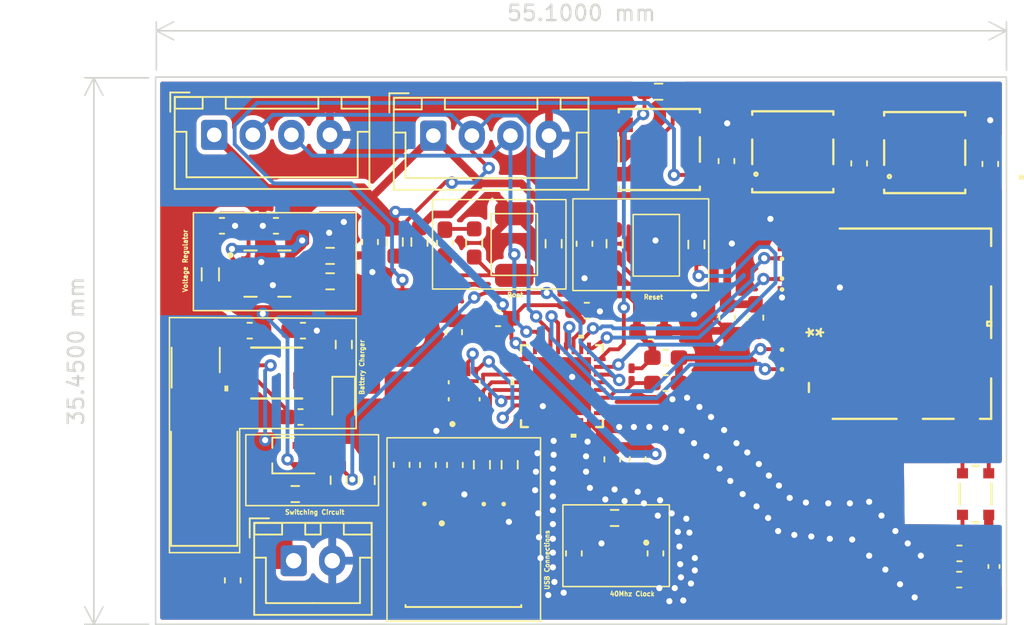
<source format=kicad_pcb>
(kicad_pcb (version 20221018) (generator pcbnew)
  (layers (0 "F.Cu" signal) (31 "B.Cu" signal) (34 "B.Paste" user) (35 "F.Paste" user) (36 "B.SilkS" user "B.Silkscreen") (37 "F.SilkS" user "F.Silkscreen") (38 "B.Mask" user) (39 "F.Mask" user) (44 "Edge.Cuts" user))
  (net 0 "")
  (net 1 "Net-(U2-VAUX)")
  (net 2 "GND")
  (net 3 "VCC")
  (net 4 "3V3")
  (net 5 "Net-(U3-CT)")
  (net 6 "VDD")
  (net 7 "Net-(Q1-G)")
  (net 8 "BAT+")
  (net 9 "/V_USB")
  (net 10 "/C_OUT")
  (net 11 "/C_IN")
  (net 12 "Net-(C18-Pad1)")
  (net 13 "/VDD SPI")
  (net 14 "RST")
  (net 15 "Net-(C21-Pad1)")
  (net 16 "Net-(U1-LNA_IN)")
  (net 17 "Net-(U5-FEED{slash}GND)")
  (net 18 "/D-")
  (net 19 "/D+")
  (net 20 "Net-(D1-K)")
  (net 21 "Net-(D2-A)")
  (net 23 "Net-(C22-Pad1)")
  (net 24 "/MISO")
  (net 25 "/MOSI")
  (net 26 "/CS")
  (net 27 "/CLK")
  (net 28 "BOOT{slash}SCL")
  (net 29 "SDA")
  (net 30 "Net-(U2-L)")
  (net 31 "Net-(Q1-S)")
  (net 32 "Net-(U2-UVLO)")
  (net 33 "Net-(U3-ISET)")
  (net 34 "Net-(U1-XTAL_P)")
  (net 37 "VOL")
  (net 38 "LED")
  (net 39 "Net-(LED1-DIN)")
  (net 40 "Net-(U1-GPIO19)")
  (net 41 "Net-(U1-GPIO18)")
  (net 43 "/SPI NHLD")
  (net 44 "/SPI NWP")
  (net 45 "/SPI NCS")
  (net 46 "/SPI CLK")
  (net 47 "/SPI DI")
  (net 48 "/SPI DO")
  (net 55 "Net-(LED1-DOUT)")
  (net 56 "Net-(LED2-DOUT)")
  (footprint "Capacitor_SMD:C_0603_1608Metric_Pad1.08x0.95mm_HandSolder" (layer "F.Cu") (at 140.55 116.85 -90)
    (fp_text reference "C14" hide)
    (fp_text value "0.1 uF")
  )
  (footprint "Esp32_Library:CR_SP3022_LTF" (layer "F.Cu") (at 151.55 111.3445 -90)
    (fp_text reference "CR6" hide)
    (fp_text value "ESD Protection")
  )
  (footprint "Capacitor_SMD:C_0603_1608Metric_Pad1.08x0.95mm_HandSolder" (layer "F.Cu") (at 163.0375 124.65 180)
    (fp_text reference "C23" hide)
    (fp_text value "5.1 pF")
  )
  (footprint "Esp32_Library:21-0061L_MXM" (layer "F.Cu") (at 118.8 111.25 180)
    (fp_text reference "U3" hide)
    (fp_text value "Battery Charger 4.2V")
  )
  (footprint "Esp32_Library:CR_SP3022_LTF" (layer "F.Cu") (at 151.55 105.4548 -90)
    (fp_text reference "CR7" hide)
    (fp_text value "ESD Protection")
  )
  (footprint "Esp32_Library:CR_SP3022_LTF" (layer "F.Cu") (at 151.55 107.4452 -90)
    (fp_text reference "CR8" hide)
    (fp_text value "ESD Protection")
  )
  (footprint "Inductor_SMD:L_0201_0603Metric_Pad0.64x0.40mm_HandSolder" (layer "F.Cu") (at 141.8 111.35 90)
    (fp_text reference "FB2" hide)
    (fp_text value "FerriteBead")
  )
  (footprint "Inductor_SMD:L_0402_1005Metric_Pad0.77x0.64mm_HandSolder" (layer "F.Cu") (at 165.2875 123.8 90)
    (fp_text reference "L4" hide)
    (fp_text value "1.8 nH")
  )
  (footprint "Resistor_SMD:R_0603_1608Metric_Pad0.98x0.95mm_HandSolder" (layer "F.Cu") (at 140.7 120.65)
    (fp_text reference "R5" hide)
    (fp_text value "22 Ohm")
  )
  (footprint "Capacitor_SMD:C_0603_1608Metric_Pad1.08x0.95mm_HandSolder" (layer "F.Cu") (at 120.5 108.5 180)
    (fp_text reference "C4" hide)
    (fp_text value "0.1 uF")
  )
  (footprint "Resistor_SMD:R_0603_1608Metric_Pad0.98x0.95mm_HandSolder" (layer "F.Cu") (at 143.55 93)
    (fp_text reference "R10" hide)
    (fp_text value "470 Ohm")
  )
  (footprint "Diode_SMD:D_SMB_Handsoldering" (layer "F.Cu") (at 126.95 110.2 -90)
    (fp_text reference "D3" hide)
    (fp_text value "D_Schottky")
  )
  (footprint "Esp32_Library:QFN32_5X5_EXP" (layer "F.Cu") (at 137.2889 112.1 180)
    (fp_text reference "U1" hide)
    (fp_text value "ESP32 C3")
  )
  (footprint "Capacitor_SMD:C_0603_1608Metric_Pad1.08x0.95mm_HandSolder" (layer "F.Cu") (at 129.7 102.8125 -90)
    (fp_text reference "C22" hide)
    (fp_text value "0.1 uF")
  )
  (footprint "Resistor_SMD:R_0603_1608Metric_Pad0.98x0.95mm_HandSolder" (layer "F.Cu") (at 128.05 102.75 90)
    (fp_text reference "R16" hide)
    (fp_text value "5.1k")
  )
  (footprint "Inductor_SMD:L_0805_2012Metric_Pad1.05x1.20mm_HandSolder" (layer "F.Cu") (at 114.5 104.85 90)
    (fp_text reference "L1" hide)
    (fp_text value "3.3 uH")
  )
  (footprint "Resistor_SMD:R_0603_1608Metric_Pad0.98x0.95mm_HandSolder" (layer "F.Cu") (at 124.63 118.2125 -90)
    (fp_text reference "R4" hide)
    (fp_text value "100k")
  )
  (footprint "Connector_JST:JST_XH_B2B-XH-A_1x02_P2.50mm_Vertical" (layer "F.Cu") (at 119.9 123.425)
    (fp_text reference "J2" hide)
    (fp_text value "Battery Connector")
  )
  (footprint "Resistor_SMD:R_0603_1608Metric_Pad0.98x0.95mm_HandSolder" (layer "F.Cu") (at 136.75 102.8625 -90)
    (fp_text reference "R7" hide)
    (fp_text value "5.1k")
  )
  (footprint "Capacitor_SMD:C_0603_1608Metric_Pad1.08x0.95mm_HandSolder" (layer "F.Cu") (at 115.25 101.7)
    (fp_text reference "C1" hide)
    (fp_text value "1 uF")
  )
  (footprint "Resistor_SMD:R_0603_1608Metric_Pad0.98x0.95mm_HandSolder" (layer "F.Cu") (at 126.45 102.75 -90)
    (fp_text reference "R15" hide)
    (fp_text value "5.1k")
  )
  (footprint "Resistor_SMD:R_0603_1608Metric_Pad0.98x0.95mm_HandSolder" (layer "F.Cu") (at 122.2625 105.3 180)
    (fp_text reference "R1" hide)
    (fp_text value "2.26M ")
  )
  (footprint "Resistor_SMD:R_0603_1608Metric_Pad0.98x0.95mm_HandSolder" (layer "F.Cu") (at 133.9 117.2 -90)
    (fp_text reference "R11" hide)
    (fp_text value "0 Ohm")
  )
  (footprint "Esp32_Library:CR_SP3022_LTF" (layer "F.Cu") (at 133.8349 119.75)
    (fp_text reference "CR3" hide)
    (fp_text value "ESD Protection")
  )
  (footprint "Capacitor_SMD:C_0603_1608Metric_Pad1.08x0.95mm_HandSolder" (layer "F.Cu") (at 118.75 101.7 180)
    (fp_text reference "C3" hide)
    (fp_text value "10 uF")
  )
  (footprint "Package_TO_SOT_SMD:SOT-323_SC-70_Handsoldering" (layer "F.Cu") (at 119.25 116.6 180)
    (fp_text reference "Q2" hide)
    (fp_text value "PMOS")
  )
  (footprint "Diode_SMD:D_SMB_Handsoldering" (layer "F.Cu") (at 114.1 117.75 90)
    (fp_text reference "D2" hide)
    (fp_text value "D_Schottky")
  )
  (footprint "Esp32_Library:CR_SP3022_LTF" (layer "F.Cu") (at 151.55 109.3952 90)
    (fp_text reference "CR5" hide)
    (fp_text value "ESD Protection")
  )
  (footprint "Connector_JST:JST_XH_B4B-XH-A_1x04_P2.50mm_Vertical" (layer "F.Cu") (at 128.95 95.85)
    (fp_text reference "J6" hide)
    (fp_text value "JST Connector")
  )
  (footprint "Esp32_Library:CR_SP3022_LTF" (layer "F.Cu") (at 131.9 119.75 180)
    (fp_text reference "CR2" hide)
    (fp_text value "ESD Protection")
  )
  (footprint "Capacitor_SMD:C_0603_1608Metric_Pad1.08x0.95mm_HandSolder" (layer "F.Cu") (at 138.75 102.8625 -90)
    (fp_text reference "C21" hide)
    (fp_text value "0.1uF")
  )
  (footprint "Capacitor_SMD:C_0603_1608Metric_Pad1.08x0.95mm_HandSolder" (layer "F.Cu") (at 130.3 108.6 90)
    (fp_text reference "C20" hide)
    (fp_text value "10 uF")
  )
  (footprint "Esp32_Library:Addressable LED" (layer "F.Cu") (at 160.8 96.95 180)
    (fp_text reference "LED3" hide)
    (fp_text value "Addressable LED")
  )
  (footprint "Capacitor_SMD:C_0603_1608Metric_Pad1.08x0.95mm_HandSolder" (layer "F.Cu") (at 143.35 122.95 -90)
    (fp_text reference "C16" hide)
    (fp_text value "10 pF")
  )
  (footprint "Esp32_Library:Button" (layer "F.Cu") (at 141.9 104.9625 90)
    (fp_text reference "SW1" hide)
    (fp_text value "SW_Push")
  )
  (footprint "Capacitor_SMD:C_0603_1608Metric_Pad1.08x0.95mm_HandSolder" (layer "F.Cu") (at 165.05 97.6875 -90)
    (fp_text reference "C25" hide)
    (fp_text value "0.1 uF")
  )
  (footprint "Resistor_SMD:R_0603_1608Metric_Pad0.98x0.95mm_HandSolder" (layer "F.Cu") (at 131.6 102.8125 90)
    (fp_text reference "R14" hide)
    (fp_text value "470 Ohm")
  )
  (footprint "Esp32_Library:Addressable LED" (layer "F.Cu") (at 143.6 96.75 180)
    (fp_text reference "LED1" hide)
    (fp_text value "Addressable LED")
  )
  (footprint "Esp32_Library:VREG_V62_16624-01YE" (layer "F.Cu") (at 118.2 104.8)
    (fp_text reference "U2" hide)
    (fp_text value "3.3V Boost Voltage Regulator")
  )
  (footprint "Esp32_Library:XTAL_ECS-400-9-36B-CKY-TR" (layer "F.Cu") (at 140.7 122.95 180)
    (fp_text reference "Y1" hide)
    (fp_text value "40MHz Crystal Oscillator")
  )
  (footprint "Capacitor_SMD:C_0603_1608Metric_Pad1.08x0.95mm_HandSolder" (layer "F.Cu") (at 156.55 97.65 -90)
    (fp_text reference "C26" hide)
    (fp_text value "0.1 uF")
  )
  (footprint "Esp32_Library:Addressable LED" (layer "F.Cu") (at 152.25 96.9 180)
    (fp_text reference "LED2" hide)
    (fp_text value "Addressable LED")
  )
  (footprint "Capacitor_SMD:C_0603_1608Metric_Pad1.08x0.95mm_HandSolder" (layer "F.Cu") (at 117.05 108.5 180)
    (fp_text reference "C2" hide)
    (fp_text value "4.7 uF")
  )
  (footprint "Capacitor_SMD:C_0603_1608Metric_Pad1.08x0.95mm_HandSolder" (layer "F.Cu") (at 124.85 102.75 -90)
    (fp_text reference "C10" hide)
    (fp_text value "10 uF")
  )
  (footprint "Esp32_Library:CR_SP3022_LTF" (layer "F.Cu") (at 151.55 103.5048 90)
    (fp_text reference "CR4" hide)
    (fp_text value "ESD Protection")
  )
  (footprint "Capacitor_SMD:C_0603_1608Metric_Pad1.08x0.95mm_HandSolder" (layer "F.Cu") (at 148 107.65 -90)
    (fp_text reference "C28" hide)
    (fp_text value "10uF")
  )
  (footprint "Resistor_SMD:R_0603_1608Metric_Pad0.98x0.95mm_HandSolder" (layer "F.Cu") (at 122.2625 103.65)
    (fp_text reference "R2" hide)
    (fp_text value "249k")
  )
  (footprint "Capacitor_SMD:C_0603_1608Metric_Pad1.08x0.95mm_HandSolder" (layer "F.Cu") (at 143.05 108.55)
    (fp_text reference "C17" hide)
    (fp_text value "10 nF")
  )
  (footprint "Capacitor_SMD:C_0603_1608Metric_Pad1.08x0.95mm_HandSolder" (layer "F.Cu") (at 163.05 122.95 180)
    (fp_text reference "C24" hide)
    (fp_text value "3.9 pF")
  )
  (footprint "LED_SMD:LED_0603_1608Metric_Pad1.05x0.95mm_HandSolder" (layer "F.Cu") (at 123.1389 113.15 -90)
    (fp_text reference "D1" hide)
    (fp_text value "LED")
  )
  (footprint "Resistor_SMD:R_0603_1608Metric_Pad0.98x0.95mm_HandSolder" (layer "F.Cu") (at 146 102.9125 -90)
    (fp_text reference "R6" hide)
    (fp_text value "5.1k")
  )
  (footprint "Capacitor_SMD:C_0603_1608Metric_Pad1.08x0.95mm_HandSolder" (layer "F.Cu") (at 144.0125 111.9)
    (fp_text reference "C18" hide)
    (fp_text value "10 uF")
  )
  (footprint "Inductor_SMD:L_0201_0603Metric_Pad0.64x0.40mm_HandSolder" (layer "F.Cu") (at 127.85 119.45 180)
    (fp_text reference "FB1" hide)
    (fp_text value "FerriteBead")
  )
  (footprint "Esp32_Library:Button" (layer "F.Cu") (at 132.7 104.9125 90)
    (fp_text reference "SW2" hide)
    (fp_text value "SW_Push")
  )
  (footprint "Resistor_SMD:R_0603_1608Metric_Pad0.98x0.95mm_HandSolder" (layer "F.Cu") (at 120 119.1)
    (fp_text reference "R8" hide)
    (fp_text value "100k")
  )
  (footprint "Esp32_Library:IC_W25Q16JVUXIQ_TR" (layer "F.Cu") (at 130.95 112.4 90)
    (fp_text reference "U4" hide)
    (fp_text value "SPI Flash 16Mb")
  )
  (footprint "Resistor_SMD:R_0603_1608Metric_Pad0.98x0.95mm_HandSolder" (layer "F.Cu") (at 140.7 102.8625 90)
    (fp_text reference "R13" hide)
    (fp_text value "470 Ohm")
  )
  (footprint "Capacitor_SMD:C_0603_1608Metric_Pad1.08x0.95mm_HandSolder" (layer "F.Cu") (at 128.6 117.2125 90)
    (fp_text reference "C9" hide)
    (fp_text value "0.1 uF")
  )
  (footprint "Capacitor_SMD:C_0603_1608Metric_Pad1.08x0.95mm_HandSolder" (layer "F.Cu") (at 126.9 117.2 -90)
    (fp_text reference "C8" hide)
    (fp_text value "10 uF")
  )
  (footprint "Capacitor_SMD:C_0603_1608Metric_Pad1.08x0.95mm_HandSolder" (layer "F.Cu") (at 142.2 116.85 -90)
    (fp_text reference "C13" hide)
    (fp_text value "0.1 uF")
  )
  (footprint "Capacitor_SMD:C_0603_1608Metric_Pad1.08x0.95mm_HandSolder" (layer "F.Cu") (at 130.35 117.2125 90)
    (fp_text reference "C7" hide)
    (fp_text value "10 nF")
  )
  (footprint "Esp32_Library:CR_SP3022_LTF" (layer "F.Cu") (at 129.9849 119.7375)
    (fp_text reference "CR1" hide)
    (fp_text value "ESD Protection")
  )
  (footprint "Capacitor_SMD:C_0603_1608Metric_Pad1.08x0.95mm_HandSolder" (layer "F.Cu") (at 144.0125 110.25)
    (fp_text reference "C19" hide)
    (fp_text value "0.1 uF")
  )
  (footprint "Connector_JST:JST_XH_B4B-XH-A_1x04_P2.50mm_Vertical" (layer "F.Cu") (at 114.75 95.8)
    (fp_text reference "J7" hide)
    (fp_text value "JST Connector")
  )
  (footprint "Esp32_Library:MicroSD Reader" (layer "F.Cu") (at 159.2 108.05 -90)
    (fp_text reference "J3" hide)
    (fp_text value "Micro_SD Reader")
  )
  (footprint "Capacitor_SMD:C_0603_1608Metric_Pad1.08x0.95mm_HandSolder" (layer "F.Cu") (at 149.8285 107.655 -90)
    (fp_text reference "C29" hide)
    (fp_text value "0.1 uF")
  )
  (footprint "Esp32_Library:AMPHENOL_10118192-0002LF" (layer "F.Cu") (at 130.9 122.3)
    (fp_text reference "J1" hide)
    (fp_text value "USB")
  )
  (footprint "Esp32_Library:2450AT18D0100E_JOT" (layer "F.Cu") (at 164.1 119.1 180)
    (fp_text reference "U5" hide)
    (fp_text value "Antenna")
  )
  (footprint "Capacitor_SMD:C_0603_1608Metric_Pad1.08x0.95mm_HandSolder" (layer "F.Cu") (at 115.95 124.7 -90)
    (fp_text reference "C6" hide)
    (fp_text value "10 uF")
  )
  (footprint "Capacitor_SMD:C_0603_1608Metric_Pad1.08x0.95mm_HandSolder" (layer "F.Cu") (at 138.9 107.2)
    (fp_text reference "C11" hide)
    (fp_text value "0.1 uF")
  )
  (footprint "Capacitor_SMD:C_0603_1608Metric_Pad1.08x0.95mm_HandSolder" (layer "F.Cu") (at 120.3389 114.1 180)
    (fp_text reference "C5" hide)
    (fp_text value "0.1 uF")
  )
  (footprint "Resistor_SMD:R_0603_1608Metric_Pad0.98x0.95mm_HandSolder" (layer "F.Cu") (at 132.1 117.2 90)
    (fp_text reference "R12" hide)
    (fp_text value "0 Ohm")
  )
  (footprint "Package_TO_SOT_SMD:SOT-23-3" (layer "F.Cu") (at 113.55 110.4 90)
    (fp_text reference "Q1" hide)
    (fp_text value "PMOS")
  )
  (footprint "Capacitor_SMD:C_0603_1608Metric_Pad1.08x0.95mm_HandSolder" (layer "F.Cu") (at 138.0625 122.95 -90)
    (fp_text reference "C15" hide)
    (fp_text value "10 pF")
  )
  (footprint "Capacitor_SMD:C_0603_1608Metric_Pad1.08x0.95mm_HandSolder" (layer "F.Cu") (at 147.95 97.5 -90)
    (fp_text reference "C27" hide)
    (fp_text value "0.1 uF")
  )
  (footprint "Resistor_SMD:R_0603_1608Metric_Pad0.98x0.95mm_HandSolder" (layer "F.Cu") (at 123.15 109.4 90)
    (fp_text reference "R3" hide)
    (fp_text value "5.1k")
  )
  (footprint "Resistor_SMD:R_0603_1608Metric_Pad0.98x0.95mm_HandSolder" (layer "F.Cu") (at 122.8175 118.2 -90)
    (fp_text reference "R9" hide)
    (fp_text value "316k")
  )
  (footprint "Capacitor_SMD:C_0603_1608Metric_Pad1.08x0.95mm_HandSolder" (layer "F.Cu") (at 133.15 107.7 180)
    (fp_text reference "C12" hide)
    (fp_text value "0.1 uF")
  )
  (gr_line (start 116.4 122.9) (end 116.4 114.85) (stroke (width 0.1)) (layer "F.SilkS"))
  (gr_rect (start 125.95 115.45) (end 135.9 127.35) (stroke (width 0.1)) (fill none) (layer "F.SilkS"))
  (gr_line (start 111.85 122.9) (end 116.4 122.9) (stroke (width 0.1)) (layer "F.SilkS"))
  (gr_line (start 123.95 114.85) (end 123.95 107.7) (stroke (width 0.1)) (layer "F.SilkS"))
  (gr_rect (start 128.9 100) (end 137.55 105.8) (stroke (width 0.1)) (fill none) (layer "F.SilkS"))
  (gr_line (start 123.95 107.7) (end 111.85 107.65) (stroke (width 0.1)) (layer "F.SilkS"))
  (gr_rect (start 138 99.95) (end 146.8 105.9) (stroke (width 0.1)) (fill none) (layer "F.SilkS"))
  (gr_line (start 116.4 114.85) (end 123.95 114.85) (stroke (width 0.1)) (layer "F.SilkS"))
  (gr_line (start 111.85 107.65) (end 111.85 122.9) (stroke (width 0.1)) (layer "F.SilkS"))
  (gr_rect (start 137.35 119.8) (end 144.25 125.1) (stroke (width 0.1)) (fill none) (layer "F.SilkS"))
  (gr_rect (start 116.8 115.25) (end 125.4 119.85) (stroke (width 0.1)) (fill none) (layer "F.SilkS"))
  (gr_rect (start 113.4 100.85) (end 123.95 107.2) (stroke (width 0.1)) (fill none) (layer "F.SilkS"))
  (gr_rect (start 110.95 92.05) (end 166.1 127.55) (stroke (width 0.1)) (fill none) (layer "Edge.Cuts"))
  (gr_text "Voltage Regulator" (at 113.05 106.05 90) (layer "F.SilkS") (effects (font (size 0.3 0.3) (thickness 0.075)) (justify left bottom)))
  (gr_text "Boot\n" (at 133.7 106.35) (layer "F.SilkS") (effects (font (size 0.3 0.3) (thickness 0.075)) (justify left bottom)))
  (gr_text "USB Connections\n" (at 136.5 125.35 90) (layer "F.SilkS") (effects (font (size 0.3 0.3) (thickness 0.075)) (justify left bottom)))
  (gr_text "Reset" (at 142.55 106.5) (layer "F.SilkS") (effects (font (size 0.3 0.3) (thickness 0.075)) (justify left bottom)))
  (gr_text "Switching Circuit" (at 119.3 120.45) (layer "F.SilkS") (effects (font (size 0.3 0.3) (thickness 0.075)) (justify left bottom)))
  (gr_text "40Mhz Clock" (at 140.35 125.75) (layer "F.SilkS") (effects (font (size 0.3 0.3) (thickness 0.075)) (justify left bottom)))
  (gr_text "Battery Charger" (at 124.5 112.7 90) (layer "F.SilkS") (effects (font (size 0.3 0.3) (thickness 0.075)) (justify left bottom)))
  (dimension (type aligned) (layer "Edge.Cuts") (pts (xy 111 92.1) (xy 166.1 92.1)) (height -3.05) (gr_text "55.1000 mm" (at 138.55 87.9) (layer "Edge.Cuts") (effects (font (size 1 1) (thickness 0.15)))) (format (prefix "") (suffix "") (units 3) (units_format 1) (precision 4)) (style (thickness 0.1) (arrow_length 1.27) (text_position_mode 0) (extension_height 0.58642) (extension_offset 0.5) keep_text_aligned))
  (dimension (type aligned) (layer "Edge.Cuts") (pts (xy 111 92.1) (xy 111 127.55)) (height 4.049999) (gr_text "35.4500 mm" (at 105.800001 109.825 90) (layer "Edge.Cuts") (effects (font (size 1 1) (thickness 0.15)))) (format (prefix "") (suffix "") (units 3) (units_format 1) (precision 4)) (style (thickness 0.1) (arrow_length 1.27) (text_position_mode 0) (extension_height 0.58642) (extension_offset 0.5) keep_text_aligned))
  (segment (start 116.975 101.225) (end 116.65 100.9) (width 0.25) (layer "F.Cu") (net 1))
  (segment (start 116.8 103.8) (end 116.975 103.625) (width 0.25) (layer "F.Cu") (net 1))
  (segment (start 116.65 100.9) (end 115.1875 100.9) (width 0.25) (layer "F.Cu") (net 1))
  (segment (start 116.975 103.625) (end 116.975 101.225) (width 0.25) (layer "F.Cu") (net 1))
  (segment (start 115.1875 100.9) (end 114.3875 101.7) (width 0.25) (layer "F.Cu") (net 1))
  (segment (start 115.5921 111.214701) (end 115.5921 110.285301) (width 0.25) (layer "F.Cu") (net 2))
  (segment (start 162.175 124.65) (end 162.175 122.9625) (width 0.25) (layer "F.Cu") (net 2))
  (segment (start 128.6 116.35) (end 130.35 116.35) (width 0.25) (layer "F.Cu") (net 2))
  (segment (start 128.5875 116.3375) (end 128.6 116.35) (width 0.25) (layer "F.Cu") (net 2))
  (segment (start 129.15 115) (end 129.15 115.8) (width 0.25) (layer "F.Cu") (net 2))
  (segment (start 115.627402 110.249999) (end 116.59655 110.249999) (width 0.25) (layer "F.Cu") (net 2))
  (segment (start 149.8285 108.5175) (end 148.005 108.5175) (width 0.25) (layer "F.Cu") (net 2))
  (segment (start 163.2491 120.4462) (end 163.2491 121.3491) (width 0.25) (layer "F.Cu") (net 2))
  (segment (start 153.6785 105.654998) (end 155.254998 105.654998) (width 0.25) (layer "F.Cu") (net 2))
  (segment (start 119.6 104.3) (end 119.6 104.8) (width 0.25) (layer "F.Cu") (net 2))
  (segment (start 116.59655 108.90905) (end 116.1875 108.5) (width 0.25) (layer "F.Cu") (net 2))
  (segment (start 148.550301 96.6375) (end 149.8878 95.300001) (width 0.25) (layer "F.Cu") (net 2))
  (segment (start 126.9 116.3375) (end 128.5875 116.3375) (width 0.25) (layer "F.Cu") (net 2))
  (segment (start 151.55 107.75) (end 150.596 107.75) (width 0.25) (layer "F.Cu") (net 2))
  (segment (start 150.596 107.75) (end 149.8285 108.5175) (width 0.25) (layer "F.Cu") (net 2))
  (segment (start 151.55 109.0904) (end 151.55 107.75) (width 0.25) (layer "F.Cu") (net 2))
  (segment (start 123.2125 103.6125) (end 123.175 103.65) (width 0.5) (layer "F.Cu") (net 2))
  (segment (start 155.254998 105.654998) (end 155.3 105.7) (width 0.25) (layer "F.Cu") (net 2))
  (segment (start 116.8 105.3) (end 117.7 105.3) (width 0.25) (layer "F.Cu") (net 2))
  (segment (start 131.7 113.65) (end 131.7 113.15) (width 0.25) (layer "F.Cu") (net 2))
  (segment (start 164.9509 117.7538) (end 164.9509 116.8009) (width 0.25) (layer "F.Cu") (net 2))
  (segment (start 138.75 103.725) (end 138.75 105.1) (width 0.25) (layer "F.Cu") (net 2))
  (segment (start 157.000301 96.7875) (end 158.4378 95.350001) (width 0.25) (layer "F.Cu") (net 2))
  (segment (start 115.5921 110.285301) (end 115.627402 110.249999) (width 0.25) (layer "F.Cu") (net 2))
  (segment (start 129.15 115.8) (end 128.6 116.35) (width 0.25) (layer "F.Cu") (net 2))
  (segment (start 131.5827 119.7375) (end 131.5952 119.75) (width 0.25) (layer "F.Cu") (net 2))
  (segment (start 132.2875 107.7) (end 130.3375 107.7) (width 0.5) (layer "F.Cu") (net 2))
  (segment (start 116.59655 110.249999) (end 116.59655 108.90905) (width 0.25) (layer "F.Cu") (net 2))
  (segment (start 130.3375 107.7) (end 130.3 107.7375) (width 0.5) (layer "F.Cu") (net 2))
  (segment (start 130.961818 119.123636) (end 130.961818 119.661818) (width 0.25) (layer "F.Cu") (net 2))
  (segment (start 130.961818 119.661818) (end 131 119.7) (width 0.25) (layer "F.Cu") (net 2))
  (segment (start 117.7 105.3) (end 118.2 104.8) (width 0.25) (layer "F.Cu") (net 2))
  (segment (start 147.95 96.6375) (end 148.550301 96.6375) (width 0.25) (layer "F.Cu") (net 2))
  (segment (start 125 104.7) (end 125 103.7625) (width 0.5) (layer "F.Cu") (net 2))
  (segment (start 125 103.7625) (end 124.85 103.6125) (width 0.5) (layer "F.Cu") (net 2))
  (segment (start 156.55 96.7875) (end 157.000301 96.7875) (width 0.25) (layer "F.Cu") (net 2))
  (segment (start 163.2491 117.7538) (end 163.2491 116.8509) (width 0.25) (layer "F.Cu") (net 2))
  (segment (start 148 108.5125) (end 146.9375 107.45) (width 0.25) (layer "F.Cu") (net 2))
  (segment (start 131.7 113.15) (end 130.95 112.4) (width 0.25) (layer "F.Cu") (net 2))
  (segment (start 146.9375 107.45) (end 145.85 107.45) (width 0.25) (layer "F.Cu") (net 2))
  (segment (start 132.2 121.725) (end 133.025 120.9) (width 0.25) (layer "F.Cu") (net 2))
  (segment (start 163.2491 121.3491) (end 163.25 121.35) (width 0.25) (layer "F.Cu") (net 2))
  (segment (start 133.025 120.9) (end 133.85 120.9) (width 0.25) (layer "F.Cu") (net 2))
  (segment (start 164.9509 116.8009) (end 164.95 116.8) (width 0.25) (layer "F.Cu") (net 2))
  (segment (start 148.005 108.5175) (end 148 108.5125) (width 0.25) (layer "F.Cu") (net 2))
  (segment (start 162.175 122.9625) (end 162.1875 122.95) (width 0.25) (layer "F.Cu") (net 2))
  (segment (start 116.59655 111.25) (end 115.627399 111.25) (width 0.25) (layer "F.Cu") (net 2))
  (segment (start 124.85 103.6125) (end 123.2125 103.6125) (width 0.5) (layer "F.Cu") (net 2))
  (segment (start 115.627399 111.25) (end 115.5921 111.214701) (width 0.25) (layer "F.Cu") (net 2))
  (segment (start 118.2 104.8) (end 119.6 104.8) (width 0.25) (layer "F.Cu") (net 2))
  (segment (start 132.2 122.3) (end 132.2 121.725) (width 0.25) (layer "F.Cu") (net 2))
  (segment (start 163.2491 116.8509) (end 163.25 116.85) (width 0.25) (layer "F.Cu") (net 2))
  (segment (start 130.2897 119.7375) (end 131.5827 119.7375) (width 0.25) (layer "F.Cu") (net 2))
  (via (at 138.85 116.65) (size 0.8) (drill 0.4) (layers "F.Cu" "B.Cu") (net 2))
  (via (at 148.3 102.85) (size 0.8) (drill 0.4) (layers "F.Cu" "B.Cu") (net 2))
  (via (at 147.8 114.95) (size 0.8) (drill 0.4) (layers "F.Cu" "B.Cu") (net 2))
  (via (at 135.9 123.25) (size 0.8) (drill 0.4) (layers "F.Cu" "B.Cu") (net 2))
  (via (at 150.05 117.15) (size 0.8) (drill 0.4) (layers "F.Cu" "B.Cu") (net 2))
  (via (at 136.05 113.4) (size 0.8) (drill 0.4) (layers "F.Cu" "B.Cu") (net 2))
  (via (at 160.15 125.8) (size 0.8) (drill 0.4) (layers "F.Cu" "B.Cu") (net 2))
  (via (at 117.8 104.05) (size 0.8) (drill 0.4) (layers "F.Cu" "B.Cu") (net 2))
  (via (at 129.15 115) (size 0.8) (drill 0.4) (layers "F.Cu" "B.Cu") (net 2))
  (via (at 136.8 124.8) (size 0.8) (drill 0.4) (layers "F.Cu" "B.Cu") (net 2))
  (via (at 159.2 124.95) (size 0.8) (drill 0.4) (layers "F.Cu" "B.Cu") (net 2))
  (via (at 136.7 118.35) (size 0.8) (drill 0.4) (layers "F.Cu" "B.Cu") (net 2))
  (via (at 149.3 116.4) (size 0.8) (drill 0.4) (layers "F.Cu" "B.Cu") (net 2))
  (via (at 142.95 114.75) (size 0.8) (drill 0.4) (layers "F.Cu" "B.Cu") (net 2))
  (via (at 144 114.8) (size 0.8) (drill 0.4) (layers "F.Cu" "B.Cu") (net 2))
  (via (at 144.95 123.65) (size 0.8) (drill 0.4) (layers "F.Cu" "B.Cu") (net 2))
  (via (at 136.4 125.65) (size 0.8) (drill 0.4) (layers "F.Cu" "B.Cu") (net 2))
  (via (at 144.25 126.05) (size 0.8) (drill 0.4) (layers "F.Cu" "B.Cu") (net 2))
  (via (at 140.1 119.45) (size 0.8) (drill 0.4) (layers "F.Cu" "B.Cu") (net 2))
  (via (at 140.7 118.8) (size 0.8) (drill 0.4) (layers "F.Cu" "B.Cu") (net 2))
  (via (at 145.9 123.25) (size 0.8) (drill 0.4) (layers "F.Cu" "B.Cu") (net 2))
  (via (at 160.55 123.1) (size 0.8) (drill 0.4) (layers "F.Cu" "B.Cu") (net 2))
  (via (at 141.95 114.75) (size 0.8) (drill 0.4) (layers "F.Cu" "B.Cu") (net 2))
  (via (at 150.65 120.65) (size 0.8) (drill 0.4) (layers "F.Cu" "B.Cu") (net 2))
  (via (at 151.3 121.5) (size 0.8) (drill 0.4) (layers "F.Cu" "B.Cu") (net 2))
  (via (at 136.75 116.55) (size 0.8) (drill 0.4) (layers "F.Cu" "B.Cu") (net 2))
  (via (at 137.4 125.5) (size 0.8) (drill 0.4) (layers "F.Cu" "B.Cu") (net 2))
  (via (at 141.35 119.55) (size 0.8) (drill 0.4) (layers "F.Cu" "B.Cu") (net 2))
  (via (at 144.45 112.95) (size 0.8) (drill 0.4) (layers "F.Cu" "B.Cu") (net 2))
  (via (at 142.6 119.7) (size 0.8) (drill 0.4) (layers "F.Cu" "B.Cu") (net 2))
  (via (at 145.65 124.9) (size 0.8) (drill 0.4) (layers "F.Cu" "B.Cu") (net 2))
  (via (at 143.5 120.5) (size 0.8) (drill 0.4) (layers "F.Cu" "B.Cu") (net 2))
  (via (at 146.95 114.1) (size 0.8) (drill 0.4) (layers "F.Cu" "B.Cu") (net 2))
  (via (at 123.15 101.45) (size 0.8) (drill 0.4) (layers "F.Cu" "B.Cu") (net 2))
  (via (at 138.95 115.7) (size 0.8) (drill 0.4) (layers "F.Cu" "B.Cu") (net 2))
  (via (at 136.7 122.9) (size 0.8) (drill 0.4) (layers "F.Cu" "B.Cu") (net 2))
  (via (at 136.7 120.15) (size 0.8) (drill 0.4) (layers "F.Cu" "B.Cu") (net 2))
  (via (at 145 124.5) (size 0.8) (drill 0.4) (layers "F.Cu" "B.Cu") (net 2))
  (via (at 151.35 118.55) (size 0.8) (drill 0.4) (layers "F.Cu" "B.Cu") (net 2))
  (via (at 158.9 121.5) (size 0.8) (drill 0.4) (layers "F.Cu" "B.Cu") (net 2))
  (via (at 136.7 117.45) (size 0.8) (drill 0.4) (layers "F.Cu" "B.Cu") (net 2))
  (via (at 144.9 122.5) (size 0.8) (drill 0.4) (layers "F.Cu" "B.Cu") (net 2))
  (via (at 150.7 117.9) (size 0.8) (drill 0.4) (layers "F.Cu" "B.Cu") (net 2))
  (via (at 159.7 122.3) (size 0.8) (drill 0.4) (layers "F.Cu" "B.Cu") (net 2))
  (via (at 153.1 119.65) (size 0.8) (drill 0.4) (layers "F.Cu" "B.Cu") (net 2))
  (via (at 155.95 119.7) (size 0.8) (drill 0.4) (layers "F.Cu" "B.Cu") (net 2))
  (via (at 145.35 120.7) (size 0.8) (drill 0.4) (layers "F.Cu" "B.Cu") (net 2))
  (via (at 125 104.7) (size 0.8) (drill 0.4) (layers "F.Cu" "B.Cu") (net 2))
  (via (at 145.85 115.8) (size 0.8) (drill 0.4) (layers "F.Cu" "B.Cu") (net 2))
  (via (at 136.7 122) (size 0.8) (drill 0.4) (layers "F.Cu" "B.Cu") (net 2))
  (via (at 138.75 105.1) (size 0.8) (drill 0.4) (layers "F.Cu" "B.Cu") (net 2))
  (via (at 139.75 107.25) (size 0.8) (drill 0.4) (layers "F.Cu" "B.Cu") (net 2))
  (via (at 144.6 125.2) (size 0.8) (drill 0.4) (layers "F.Cu" "B.Cu") (net 2))
  (via (at 150.8 101.25) (size 0.8) (drill 0.4) (layers "F.Cu" "B.Cu") (net 2))
  (via (at 146.2 113.45) (size 0.8) (drill 0.4) (layers "F.Cu" "B.Cu") (net 2))
  (via (at 148 95.05) (size 0.8) (drill 0.4) (layers "F.Cu" "B.Cu") (net 2))
  (via (at 144.8 121.55) (size 0.8) (drill 0.4) (layers "F.Cu" "B.Cu") (net 2))
  (via (at 143.35 102.65) (size 0.8) (drill 0.4) (layers "F.Cu" "B.Cu") (net 2))
  (via (at 151.55 106.35) (size 0.8) (drill 0.4) (layers "F.Cu" "B.Cu") (net 2))
  (via (at 148.2 118.25) (size 0.8) (drill 0.4) (layers "F.Cu" "B.Cu") (net 2))
  (via (at 136.7 119.25) (size 0.8) (drill 0.4) (layers "F.Cu" "B.Cu") (net 2))
  (via (at 149 119.1) (size 0.8) (drill 0.4) (layers "F.Cu" "B.Cu") (net 2))
  (via (at 135.7 116.45) (size 0.8) (drill 0.4) (layers "F.Cu" "B.Cu") (net 2))
  (via (at 135.8 121.9) (size 0.8) (drill 0.4) (layers "F.Cu" "B.Cu") (net 2))
  (via (at 136.7 123.85) (size 0.8) (drill 0.4) (layers "F.Cu" "B.Cu") (net 2))
  (via (at 135.55 118.85) (size 0.8) (drill 0.4) (layers "F.Cu" "B.Cu") (net 2))
  (via (at 133.85 120.9) (size 0.8) (drill 0.4) (layers "F.Cu" "B.Cu") (net 2))
  (via (at 145.9 124.05) (size 0.8) (drill 0.4) (layers "F.Cu" "B.Cu") (net 2))
  (via (at 146.65 116.65) (size 0.8) (drill 0.4) (layers "F.Cu" "B.Cu") (net 2))
  (via (at 165.05 94.85) (size 0.8) (drill 0.4) (layers "F.Cu" "B.Cu") (net 2))
  (via (at 145.4 112.85) (size 0.8) (drill 0.4) (layers "F.Cu" "B.Cu") (net 2))
  (via (at 135.75 120.35) (size 0.8) (drill 0.4) (layers "F.Cu" "B.Cu") (net 2))
  (via (at 152.05 119.35) (size 0.8) (drill 0.4) (layers "F.Cu" "B.Cu") (net 2))
  (via (at 154.55 119.7) (size 0.8) (drill 0.4) (layers "F.Cu" "B.Cu") (net 2))
  (via (at 145.55 121.6) (size 0.8) (drill 0.4) (layers "F.Cu" "B.Cu") (net 2))
  (via (at 141 114.75) (size 0.8) (drill 0.4) (layers "F.Cu" "B.Cu") (net 2))
  (via (at 145.15 126) (size 0.8) (drill 0.4) (layers "F.Cu" "B.Cu") (net 2))
  (via (at 145.85 106.25) (size 0.8) (drill 0.4) (layers "F.Cu" "B.Cu") (net 2))
  (via (at 148.6 115.8) (size 0.8) (drill 0.4) (layers "F.Cu" "B.Cu") (net 2))
  (via (at 137.95 111.5) (size 0.8) (drill 0.4) (layers "F.Cu" "B.Cu") (net 2))
  (via (at 138.85 117.65) (size 0.8) (drill 0.4) (layers "F.Cu" "B.Cu") (net 2))
  (via (at 149.9 119.9) (size 0.8) (drill 0.4) (layers "F.Cu" "B.Cu") (net 2))
  (via (at 152.35 121.75) (size 0.8) (drill 0.4) (layers "F.Cu" "B.Cu") (net 2))
  (via (at 143.6 125.2) (size 0.8) (drill 0.4) (layers "F.Cu" "B.Cu") (net 2))
  (via (at 145.85 107.45) (size 0.8) (drill 0.4) (layers "F.Cu" "B.Cu") (net 2))
  (via (at 136.7 121.05) (size 0.8) (drill 0.4) (layers "F.Cu" "B.Cu") (net 2))
  (via (at 153.45 121.85) (size 0.8) (drill 0.4) (layers "F.Cu" "B.Cu") (net 2))
  (via (at 155.3 105.7) (size 0.8) (drill 0.4) (layers "F.Cu" "B.Cu") (net 2))
  (via (at 156.1 122.05) (size 0.8) (drill 0.4) (layers "F.Cu" "B.Cu") (net 2))
  (via (at 116.1 101.7) (size 0.8) (drill 0.4) (layers "F.Cu" "B.Cu") (net 2))
  (via (at 157.2 119.6) (size 0.8) (drill 0.4) (layers "F.Cu" "B.Cu") (net 2))
  (via (at 157.2 123.1) (size 0.8) (drill 0.4) (layers "F.Cu" "B.Cu") (net 2))
  (via (at 136.75 115.65) (size 0.8) (drill 0.4) (layers "F.Cu" "B.Cu") (net 2))
  (via (at 145.05 115) (size 0.8) (drill 0.4) (layers "F.Cu" "B.Cu") (net 2))
  (via (at 135.6 117.65) (size 0.8) (drill 0.4) (layers "F.Cu" "B.Cu") (net 2))
  (via (at 143.65 119.5) (size 0.8) (drill 0.4) (layers "F.Cu" "B.Cu") (net 2))
  (via (at 147.5 117.45) (size 0.8) (drill 0.4) (layers "F.Cu" "B.Cu") (net 2))
  (via (at 117.9 101.7) (size 0.8) (drill 0.4) (layers "F.Cu" "B.Cu") (net 2))
  (via (at 118.55 105.55) (size 0.8) (drill 0.4) (layers "F.Cu" "B.Cu") (net 2))
  (via (at 142.2 118.95) (size 0.8) (drill 0.4) (layers "F.Cu" "B.Cu") (net 2))
  (via (at 139.85 122.3) (size 0.8) (drill 0.4) (layers "F.Cu" "B.Cu") (net 2))
  (via (at 121.4 108.5) (size 0.8) (drill 0.4) (layers "F.Cu" "B.Cu") (net 2))
  (via (at 122.2 102.15) (size 0.8) (drill 0.4) (layers "F.Cu" "B.Cu") (net 2))
  (via (at 144.4 120.35) (size 0.8) (drill 0.4) (layers "F.Cu" "B.Cu") (net 2))
  (via (at 158 120.5) (size 0.8) (drill 0.4) (layers "F.Cu" "B.Cu") (net 2))
  (via (at 154.65 122) (size 0.8) (drill 0.4) (layers "F.Cu" "B.Cu") (net 2))
  (via (at 158.25 124) (size 0.8) (drill 0.4) (layers "F.Cu" "B.Cu") (net 2))
  (via (at 139.1 118.7) (size 0.8) (drill 0.4) (layers "F.Cu" "B.Cu") (net 2))
  (via (at 130.961818 119.123636) (size 0.8) (drill 0.4) (layers "F.Cu" "B.Cu") (net 2))
  (segment (start 153.8173 99.294899) (end 154.6122 98.499999) (width 0.25) (layer "F.Cu") (net 3))
  (segment (start 156.55 98.5125) (end 157.382399 99.344899) (width 0.25) (layer "F.Cu") (net 3))
  (segment (start 144.55 98.4) (end 145.912199 98.4) (width 0.25) (layer "F.Cu") (net 3))
  (segment (start 147.937499 98.349999) (end 147.95 98.3625) (width 0.25) (layer "F.Cu") (net 3))
  (segment (start 156.537499 98.499999) (end 156.55 98.5125) (width 0.25) (layer "F.Cu") (net 3))
  (segment (start 117.9 108.4875) (end 117.9125 108.5) (width 0.25) (layer "F.Cu") (net 3))
  (segment (start 126.95 107.5) (end 126.95 105.2) (width 0.25) (layer "F.Cu") (net 3))
  (segment (start 117.55 108.5) (end 117.9125 108.5) (width 0.25) (layer "F.Cu") (net 3))
  (segment (start 119.5 116.85) (end 119.55 116.9) (width 0.25) (layer "F.Cu") (net 3))
  (segment (start 148.882399 99.294899) (end 153.8173 99.294899) (width 0.25) (layer "F.Cu") (net 3))
  (segment (start 145.9622 98.349999) (end 147.937499 98.349999) (width 0.25) (layer "F.Cu") (net 3))
  (segment (start 162.3673 99.344899) (end 163.1622 98.549999) (width 0.25) (layer "F.Cu") (net 3))
  (segment (start 147.95 98.3625) (end 148.882399 99.294899) (width 0.25) (layer "F.Cu") (net 3))
  (segment (start 163.1622 98.549999) (end 165.05 98.55) (width 0.25) (layer "F.Cu") (net 3))
  (segment (start 157.382399 99.344899) (end 162.3673 99.344899) (width 0.25) (layer "F.Cu") (net 3))
  (segment (start 145.912199 98.4) (end 145.9622 98.349999) (width 0.25) (layer "F.Cu") (net 3))
  (segment (start 154.6122 98.499999) (end 156.537499 98.499999) (width 0.25) (layer "F.Cu") (net 3))
  (segment (start 119.9 117.25) (end 119.5 116.85) (width 0.25) (layer "F.Cu") (net 3))
  (segment (start 126.95 105.2) (end 126.95 105.45) (width 0.25) (layer "F.Cu") (net 3))
  (segment (start 126.95 107.5) (end 126.95 107.4) (width 0.25) (layer "F.Cu") (net 3))
  (via (at 117.9 107.4) (size 0.8) (drill 0.4) (layers "F.Cu" "B.Cu") (net 3))
  (via (at 126.95 105.2) (size 0.8) (drill 0.4) (layers "F.Cu" "B.Cu") (net 3))
  (via (at 144.55 98.4) (size 0.8) (drill 0.4) (layers "F.Cu" "B.Cu") (net 3))
  (via (at 119.5 116.85) (size 0.8) (drill 0.4) (layers "F.Cu" "B.Cu") (net 3))
  (segment (start 117.538299 93.725) (end 142.850305 93.725) (width 0.25) (layer "B.Cu") (net 3))
  (segment (start 116.075 96.411701) (end 116.075 95.188299) (width 0.25) (layer "B.Cu") (net 3))
  (segment (start 142.850305 93.725) (end 144.55 95.424695) (width 0.25) (layer "B.Cu") (net 3))
  (segment (start 144.55 98.4) (end 144.55 98.35) (width 0.25) (layer "B.Cu") (net 3))
  (segment (start 144.55 95.424695) (end 144.55 98.4) (width 0.25) (layer "B.Cu") (net 3))
  (segment (start 126.95 105.2) (end 126.275 104.525) (width 0.25) (layer "B.Cu") (net 3))
  (segment (start 126.275 101.599695) (end 123.625305 98.95) (width 0.25) (layer "B.Cu") (net 3))
  (segment (start 126.275 104.525) (end 126.275 101.599695) (width 0.25) (layer "B.Cu") (net 3))
  (segment (start 123.625305 98.95) (end 118.613299 98.95) (width 0.25) (layer "B.Cu") (net 3))
  (segment (start 118.613299 98.95) (end 116.075 96.411701) (width 0.25) (layer "B.Cu") (net 3))
  (segment (start 116.075 95.188299) (end 117.538299 93.725) (width 0.25) (layer "B.Cu") (net 3))
  (segment (start 119.5 116.85) (end 119.5 109) (width 0.25) (layer "B.Cu") (net 3))
  (segment (start 117.9 107.4) (end 117.95 107.45) (width 0.25) (layer "B.Cu") (net 3))
  (segment (start 119.5 109) (end 117.9 107.4) (width 0.25) (layer "B.Cu") (net 3))
  (segment (start 137.6875 106.85) (end 137.2 106.85) (width 0.5) (layer "F.Cu") (net 4))
  (segment (start 139.1136 114.5511) (end 139.73125 115.16875) (width 0.25) (layer "F.Cu") (net 4))
  (segment (start 142.4575 110.9425) (end 143.15 110.25) (width 0.25) (layer "F.Cu") (net 4))
  (segment (start 134.8625 106.85) (end 134.0125 107.7) (width 0.25) (layer "F.Cu") (net 4))
  (segment (start 126.45 100.8) (end 126.55 100.9) (width 0.5) (layer "F.Cu") (net 4))
  (segment (start 141.8 110.9425) (end 142.4575 110.9425) (width 0.25) (layer "F.Cu") (net 4))
  (segment (start 138.038901 108.9995) (end 138.038901 109.6489) (width 0.25) (layer "F.Cu") (net 4))
  (segment (start 148 104) (end 148 106.7875) (width 0.5) (layer "F.Cu") (net 4))
  (segment (start 120.45 102.7) (end 120.45 102.65) (width 0.25) (layer "F.Cu") (net 4))
  (segment (start 150.1764 107.1404) (end 151.138318 107.1404) (width 0.5) (layer "F.Cu") (net 4))
  (segment (start 142.2 115.9875) (end 142.8375 115.9875) (width 0.5) (layer "F.Cu") (net 4))
  (segment (start 138.0375 107.2) (end 138.0375 107.5495) (width 0.25) (layer "F.Cu") (net 4))
  (segment (start 134.8378 110.350001) (end 134.8378 109.3) (width 0.25) (layer "F.Cu") (net 4))
  (segment (start 126.45 101.8375) (end 126.45 100.85) (width 0.5) (layer "F.Cu") (net 4))
  (segment (start 119.6 101.7125) (end 119.6125 101.7) (width 0.25) (layer "F.Cu") (net 4))
  (segment (start 146 102) (end 148 104) (width 0.5) (layer "F.Cu") (net 4))
  (segment (start 120.4 102.75) (end 120.45 102.7) (width 0.25) (layer "F.Cu") (net 4))
  (segment (start 153.1506 107.854999) (end 153.6785 107.854999) (width 0.25) (layer "F.Cu") (net 4))
  (segment (start 143.35 116.5) (end 143.25 116.3) (width 0.25) (layer "F.Cu") (net 4))
  (segment (start 151.55 107.1404) (end 152.436001 107.1404) (width 0.25) (layer "F.Cu") (net 4))
  (segment (start 116.424598 104.3) (end 115.9 103.775402) (width 0.25) (layer "F.Cu") (net 4))
  (segment (start 146 101.145774) (end 146 102) (width 0.5) (layer "F.Cu") (net 4))
  (segment (start 138.0375 107.2) (end 137.6875 106.85) (width 0.5) (layer "F.Cu") (net 4))
  (segment (start 142.1875 108.55) (end 142.15 108.5125) (width 0.5) (layer "F.Cu") (net 4))
  (segment (start 126.45 101.8375) (end 124.9 101.8375) (width 0.5) (layer "F.Cu") (net 4))
  (segment (start 115.9 103.775402) (end 115.9 103.2) (width 0.25) (layer "F.Cu") (net 4))
  (segment (start 114.75 95.8) (end 118.2 99.25) (width 0.5) (layer "F.Cu") (net 4))
  (segment (start 149.8235 106.7875) (end 149.8285 106.7925) (width 0.5) (layer "F.Cu") (net 4))
  (segment (start 143.15 110.25) (end 143.15 109.5125) (width 0.5) (layer "F.Cu") (net 4))
  (segment (start 137.2 106.85) (end 134.8625 106.85) (width 0.25) (layer "F.Cu") (net 4))
  (segment (start 128.95 95.85) (end 124.85 99.95) (width 0.5) (layer "F.Cu") (net 4))
  (segment (start 152.436001 107.1404) (end 153.1506 107.854999) (width 0.25) (layer "F.Cu") (net 4))
  (segment (start 134.0125 109.0125) (end 134.0125 107.7) (width 0.25) (layer "F.Cu") (net 4))
  (segment (start 138.063705 108.9995) (end 138.038901 108.9995) (width 0.25) (layer "F.Cu") (net 4))
  (segment (start 126.5 100.85) (end 126.5 100.8) (width 0.5) (layer "F.Cu") (net 4))
  (segment (start 128.925 100.9625) (end 130.0375 100.9625) (width 0.5) (layer "F.Cu") (net 4))
  (segment (start 119.6 103.8) (end 119.6 102.75) (width 0.25) (layer "F.Cu") (net 4))
  (segment (start 120.5 102.65) (end 120.45 102.7) (width 0.25) (layer "F.Cu") (net 4))
  (segment (start 138.0375 107.2) (end 138.0375 107.346518) (width 0.5) (layer "F.Cu") (net 4))
  (segment (start 142.2 115.9875) (end 140.55 115.9875) (width 0.5) (layer "F.Cu") (net 4))
  (segment (start 138.4884 107.974195) (end 138.4884 108.574805) (width 0.25) (layer "F.Cu") (net 4))
  (segment (start 118.2 99.25) (end 119.3 99.25) (width 0.5) (layer "F.Cu") (net 4))
  (segment (start 138.063705 107.5495) (end 138.4884 107.974195) (width 0.25) (layer "F.Cu") (net 4))
  (segment (start 134.654226 98.95) (end 132.05 98.95) (width 0.5) (layer "F.Cu") (net 4))
  (segment (start 133.45 107.1375) (end 133.45 106.8) (width 0.25) (layer "F.Cu") (net 4))
  (segment (start 119.6 102.75) (end 120.4 102.75) (width 0.25) (layer "F.Cu") (net 4))
  (segment (start 140.55 115.9875) (end 139.73125 115.16875) (width 0.5) (layer "F.Cu") (net 4))
  (segment (start 136.75 101.045774) (end 134.654226 98.95) (width 0.5) (layer "F.Cu") (net 4))
  (segment (start 136.75 101.95) (end 136.75 101.045774) (width 0.5) (layer "F.Cu") (net 4))
  (segment (start 132.05 98.95) (end 128.95 95.85) (width 0.5) (layer "F.Cu") (net 4))
  (segment (start 143.15 109.5125) (end 142.1875 108.55) (width 0.5) (layer "F.Cu") (net 4))
  (segment (start 151.55 107.1404) (end 150.1764 107.1404) (width 0.25) (layer "F.Cu") (net 4))
  (segment (start 119.6 102.75) (end 119.6 101.7125) (width 0.25) (layer "F.Cu") (net 4))
  (segment (start 120.45 102.65) (end 120.5 102.65) (width 0.25) (layer "F.Cu") (net 4))
  (segment (start 126.45 100.85) (end 126.5 100.8) (width 0.5) (layer "F.Cu") (net 4))
  (segment (start 116.8 104.3) (end 116.424598 104.3) (width 0.25) (layer "F.Cu") (net 4))
  (segment (start 138.5389 114.5511) (end 139.038899 114.5511) (width 0.25) (layer "F.Cu") (net 4))
  (segment (start 138.0375 107.346518) (end 138.576789 107.885807) (width 0.5) (layer "F.Cu") (net 4))
  (segment (start 142.15 108.5125) (end 142.15 106.647918) (width 0.5) (layer "F.Cu") (net 4))
  (segment (start 138.0375 107.5495) (end 138.063705 107.5495) (width 0.25) (layer "F.Cu") (net 4))
  (segment (start 138.9375 99.7625) (end 144.616726 99.7625) (width 0.5) (layer "F.Cu") (net 4))
  (segment (start 130.0375 100.9625) (end 132.05 98.95) (width 0.5) (layer "F.Cu") (net 4))
  (segment (start 139.0875 106.15) (end 138.0375 107.2) (width 0.5) (layer "F.Cu") (net 4))
  (segment (start 126.5 100.8) (end 126.45 100.8) (width 0.5) (layer "F.Cu") (net 4))
  (segment (start 141.652082 106.15) (end 139.0875 106.15) (width 0.5) (layer "F.Cu") (net 4))
  (segment (start 139.038899 114.5511) (end 139.1136 114.5511) (width 0.25) (layer "F.Cu") (net 4))
  (segment (start 142.8375 115.9875) (end 143.35 116.5) (width 0.5) (layer "F.Cu") (net 4))
  (segment (start 134.3 109.3) (end 134.8378 109.3) (width 0.25) (layer "F.Cu") (net 4))
  (segment (start 136.75 101.95) (end 138.9375 99.7625) (width 0.5) (layer "F.Cu") (net 4))
  (segment (start 128.05 101.8375) (end 128.925 100.9625) (width 0.5) (layer "F.Cu") (net 4))
  (segment (start 115.9 103.2) (end 115.85 103.25) (width 0.25) (layer "F.Cu") (net 4))
  (segment (start 138.4884 108.574805) (end 138.063705 108.9995) (width 0.25) (layer "F.Cu") (net 4))
  (segment (start 144.616726 99.7625) (end 146 101.145774) (width 0.5) (layer "F.Cu") (net 4))
  (segment (start 150.1764 107.1404) (end 149.8285 106.7925) (width 0.25) (layer "F.Cu") (net 4))
  (segment (start 142.15 106.647918) (end 141.652082 106.15) (width 0.5) (layer "F.Cu") (net 4))
  (segment (start 134.0125 107.7) (end 133.45 107.1375) (width 0.25) (layer "F.Cu") (net 4))
  (segment (start 124.9 101.8375) (end 124.85 101.8875) (width 0.5) (layer "F.Cu") (net 4))
  (segment (start 148 106.7875) (end 149.8235 106.7875) (width 0.5) (layer "F.Cu") (net 4))
  (segment (start 134.3 109.3) (end 134.0125 109.0125) (width 0.25) (layer "F.Cu") (net 4))
  (via (at 133.45 106.8) (size 0.8) (drill 0.4) (layers "F.Cu" "B.Cu") (net 4))
  (via (at 115.9 103.2) (size 0.8) (drill 0.4) (layers "F.Cu" "B.Cu") (net 4))
  (via (at 143.35 116.5) (size 0.8) (drill 0.4) (layers "F.Cu" "B.Cu") (net 4))
  (via (at 126.5 100.8) (size 0.8) (drill 0.4) (layers "F.Cu" "B.Cu") (net 4))
  (via (at 134.3 109.3) (size 0.8) (drill 0.4) (layers "F.Cu" "B.Cu") (net 4))
  (via (at 120.45 102.65) (size 0.8) (drill 0.4) (layers "F.Cu" "B.Cu") (net 4))
  (segment (start 134.347918 109.3) (end 134.3 109.3) (width 0.5) (layer "B.Cu") (net 4))
  (segment (start 143.35 116.5) (end 141.424695 116.5) (width 0.25) (layer "B.Cu") (net 4))
  (segment (start 141.547918 116.5) (end 134.347918 109.3) (width 0.5) (layer "B.Cu") (net 4))
  (segment (start 133.45 106.8) (end 127.45 100.8) (width 0.5) (layer "B.Cu") (net 4))
  (segment (start 134.3 109.375305) (end 134.3 109.3) (width 0.25) (layer "B.Cu") (net 4))
  (segment (start 143.35 116.5) (end 141.547918 116.5) (width 0.5) (layer "B.Cu") (net 4))
  (segment (start 115.9 103.2) (end 119.9 103.2) (width 0.5) (layer "B.Cu") (net 4))
  (segment (start 134.224695 109.3) (end 134.3 109.375305) (width 0.25) (layer "B.Cu") (net 4))
  (segment (start 141.424695 116.5) (end 134.3 109.375305) (width 0.25) (layer "B.Cu") (net 4))
  (segment (start 127.45 100.8) (end 126.5 100.8) (width 0.5) (layer "B.Cu") (net 4))
  (segment (start 134.3 109.3) (end 134.224695 109.3) (width 0.25) (layer "B.Cu") (net 4))
  (segment (start 119.9 103.2) (end 120.45 102.65) (width 0.5) (layer "B.Cu") (net 4))
  (segment (start 121.00345 110.249999) (end 121.00345 109.86595) (width 0.25) (layer "F.Cu") (net 5))
  (segment (start 121.00345 109.86595) (end 119.6375 108.5) (width 0.25) (layer "F.Cu") (net 5))
  (segment (start 127.4425 118.605) (end 127.4425 118.85) (width 0.5) (layer "F.Cu") (net 6))
  (segment (start 126.2 118.0625) (end 126.9 118.0625) (width 0.5) (layer "F.Cu") (net 6))
  (segment (start 120.034302 112.250001) (end 121.00345 112.250001) (width 0.25) (layer "F.Cu") (net 6))
  (segment (start 121.00345 111.25) (end 120.034299 111.25) (width 0.25) (layer "F.Cu") (net 6))
  (segment (start 127.4425 119.45) (end 127.4425 118.605) (width 0.25) (layer "F.Cu") (net 6))
  (segment (start 121.00345 112.250001) (end 121.00345 113.90205) (width 0.25) (layer "F.Cu") (net 6))
  (segment (start 124.63 117.3) (end 124.63 117.02) (width 0.25) (layer "F.Cu") (net 6))
  (segment (start 119.999 112.214699) (end 120.034302 112.250001) (width 0.25) (layer "F.Cu") (net 6))
  (segment (start 125.3925 118.0625) (end 126.2 118.0625) (width 0.5) (layer "F.Cu") (net 6))
  (segment (start 126.9 118.0625) (end 127.4425 118.605) (width 0.5) (layer "F.Cu") (net 6))
  (segment (start 121.00345 113.90205) (end 121.2014 114.1) (width 0.25) (layer "F.Cu") (net 6))
  (segment (start 119.999 111.285299) (end 119.999 112.214699) (width 0.25) (layer "F.Cu") (net 6))
  (segment (start 120.034299 111.25) (end 119.999 111.285299) (width 0.25) (layer "F.Cu") (net 6))
  (segment (start 123.0639 114.1) (end 123.1389 114.025) (width 0.25) (layer "F.Cu") (net 6))
  (segment (start 124.63 117.3) (end 125.3925 118.0625) (width 0.5) (layer "F.Cu") (net 6))
  (segment (start 117.565698 111.749999) (end 116.59655 111.749999) (width 0.25) (layer "F.Cu") (net 7))
  (segment (start 119.4764 114.1) (end 119.4764 113.660701) (width 0.25) (layer "F.Cu") (net 7))
  (segment (start 114.712499 111.749999) (end 116.59655 111.749999) (width 0.25) (layer "F.Cu") (net 7))
  (segment (start 114.5 111.5375) (end 114.712499 111.749999) (width 0.25) (layer "F.Cu") (net 7))
  (segment (start 119.4764 113.660701) (end 117.565698 111.749999) (width 0.25) (layer "F.Cu") (net 7))
  (segment (start 117.92 116.6) (end 117.92 117.9325) (width 0.25) (layer "F.Cu") (net 8))
  (segment (start 116.59655 110.750001) (end 118.4 110.75) (width 0.25) (layer "F.Cu") (net 8))
  (segment (start 115.95 123.8375) (end 119.4875 123.8375) (width 0.25) (layer "F.Cu") (net 8))
  (segment (start 114.1 120.45) (end 114.1 121.9875) (width 0.25) (layer "F.Cu") (net 8))
  (segment (start 117.92 116.63) (end 114.1 120.45) (width 0.25) (layer "F.Cu") (net 8))
  (segment (start 114.1 121.9875) (end 115.95 123.8375) (width 0.25) (layer "F.Cu") (net 8))
  (segment (start 117.92 116.6) (end 117.92 115.73) (width 0.25) (layer "F.Cu") (net 8))
  (segment (start 118.05 115.6) (end 117.95 115.7) (width 0.25) (layer "F.Cu") (net 8))
  (segment (start 118.4 110.75) (end 118.35 110.75) (width 0.25) (layer "F.Cu") (net 8))
  (segment (start 119.0875 122.6125) (end 119.9 123.425) (width 0.25) (layer "F.Cu") (net 8))
  (segment (start 119.0875 119.1) (end 119.0875 122.6125) (width 0.25) (layer "F.Cu") (net 8))
  (segment (start 117.92 117.9325) (end 119.0875 119.1) (width 0.25) (layer "F.Cu") (net 8))
  (segment (start 119.4875 123.8375) (end 119.9 123.425) (width 0.25) (layer "F.Cu") (net 8))
  (segment (start 117.92 115.73) (end 118.05 115.6) (width 0.25) (layer "F.Cu") (net 8))
  (segment (start 117.92 116.6) (end 117.92 116.63) (width 0.25) (layer "F.Cu") (net 8))
  (via (at 118.05 115.6) (size 0.8) (drill 0.4) (layers "F.Cu" "B.Cu") (net 8))
  (via (at 118.4 110.75) (size 0.8) (drill 0.4) (layers "F.Cu" "B.Cu") (net 8))
  (segment (start 118.05 111.1) (end 118.05 115.6) (width 0.25) (layer "B.Cu") (net 8))
  (segment (start 118.4 110.75) (end 118.05 111.1) (width 0.25) (layer "B.Cu") (net 8))
  (segment (start 129.6801 122.2199) (end 129.6 122.3) (width 0.25) (layer "F.Cu") (net 9))
  (segment (start 129.6801 119.7375) (end 129.6801 121) (width 0.5) (layer "F.Cu") (net 9))
  (segment (start 129.6801 119.7375) (end 129.6 119.8176) (width 0.5) (layer "F.Cu") (net 9))
  (segment (start 130.35 118.075) (end 128.6 118.075) (width 0.5) (layer "F.Cu") (net 9))
  (segment (start 128.2575 119.45) (end 129.3926 119.45) (width 0.5) (layer "F.Cu") (net 9))
  (segment (start 129.6801 118.7449) (end 130.35 118.075) (width 0.5) (layer "F.Cu") (net 9))
  (segment (start 128.6 118.075) (end 128.6 119.1075) (width 0.5) (layer "F.Cu") (net 9))
  (segment (start 128.6 119.1075) (end 128.2575 119.45) (width 0.5) (layer "F.Cu") (net 9))
  (segment (start 129.6801 121) (end 129.6801 122.2199) (width 0.25) (layer "F.Cu") (net 9))
  (segment (start 129.3926 119.45) (end 129.6801 119.7375) (width 0.5) (layer "F.Cu") (net 9))
  (segment (start 129.6801 119.7375) (end 129.6801 118.7449) (width 0.5) (layer "F.Cu") (net 9))
  (segment (start 138.0625 122.2625) (end 138.0625 122.0875) (width 0.25) (layer "F.Cu") (net 10))
  (segment (start 138.0625 122.0875) (end 137.5389 121.5639) (width 0.25) (layer "F.Cu") (net 10))
  (segment (start 139.85 123.6) (end 139.4 123.6) (width 0.25) (layer "F.Cu") (net 10))
  (segment (start 137.5389 121.5639) (end 137.5389 114.5511) (width 0.25) (layer "F.Cu") (net 10))
  (segment (start 139.4 123.6) (end 138.0625 122.2625) (width 0.25) (layer "F.Cu") (net 10))
  (segment (start 141.9125 120.65) (end 143.35 122.0875) (width 0.25) (layer "F.Cu") (net 11))
  (segment (start 143.1375 122.3) (end 143.35 122.0875) (width 0.25) (layer "F.Cu") (net 11))
  (segment (start 141.55 122.3) (end 143.1375 122.3) (width 0.25) (layer "F.Cu") (net 11))
  (segment (start 141.6125 120.65) (end 141.9125 120.65) (width 0.25) (layer "F.Cu") (net 11))
  (segment (start 141.9425 111.9) (end 141.8 111.7575) (width 0.25) (layer "F.Cu") (net 12))
  (segment (start 139.74 112.850001) (end 140.325 112.850001) (width 0.25) (layer "F.Cu") (net 12))
  (segment (start 141.8 112) (end 141.8 111.7575) (width 0.25) (layer "F.Cu") (net 12))
  (segment (start 140.750001 112.425) (end 141.375 112.425) (width 0.25) (layer "F.Cu") (net 12))
  (segment (start 140.325 112.850001) (end 140.750001 112.425) (width 0.25) (layer "F.Cu") (net 12))
  (segment (start 143.15 111.9) (end 141.9425 111.9) (width 0.25) (layer "F.Cu") (net 12))
  (segment (start 139.74 113.35) (end 139.74 112.850001) (width 0.25) (layer "F.Cu") (net 12))
  (segment (start 141.375 112.425) (end 141.8 112) (width 0.25) (layer "F.Cu") (net 12))
  (segment (start 130.5625 109.15) (end 132.479799 109.15) (width 0.25) (layer "F.Cu") (net 13))
  (segment (start 130.2 109.5125) (end 130.25 109.4625) (width 0.25) (layer "F.Cu") (net 13))
  (segment (start 130.25 109.4625) (end 130.5625 109.15) (width 0.25) (layer "F.Cu") (net 13))
  (segment (start 134.179799 110.85) (end 134.8378 110.85) (width 0.25) (layer "F.Cu") (net 13))
  (segment (start 130.2 111.15) (end 130.2 109.5125) (width 0.25) (layer "F.Cu") (net 13))
  (segment (start 130.2 109.5) (end 130.55 109.15) (width 0.25) (layer "F.Cu") (net 13))
  (segment (start 132.479799 109.15) (end 134.179799 110.85) (width 0.25) (layer "F.Cu") (net 13))
  (segment (start 143.4 104.9625) (end 141.8875 104.9625) (width 0.25) (layer "F.Cu") (net 14))
  (segment (start 144.8625 104.9625) (end 146 103.825) (width 0.25) (layer "F.Cu") (net 14))
  (segment (start 146 104.8) (end 146.15 104.95) (width 0.25) (layer "F.Cu") (net 14))
  (segment (start 140.947467 110.752533) (end 140.85 110.85) (width 0.25) (layer "F.Cu") (net 14))
  (segment (start 140.85 110.85) (end 139.74 110.85) (width 0.25) (layer "F.Cu") (net 14))
  (segment (start 143.4 104.9625) (end 144.8625 104.9625) (width 0.25) (layer "F.Cu") (net 14))
  (segment (start 141.8875 104.9625) (end 140.7 103.775) (width 0.25) (layer "F.Cu") (net 14))
  (segment (start 146 103.825) (end 146 104.8) (width 0.25) (layer "F.Cu") (net 14))
  (via (at 140.947467 110.701879) (size 0.8) (drill 0.4) (layers "F.Cu" "B.Cu") (net 14))
  (via (at 146.15 104.95) (size 0.8) (drill 0.4) (layers "F.Cu" "B.Cu") (net 14))
  (segment (start 146.15 104.95) (end 146.2 104.95) (width 0.25) (layer "B.Cu") (net 14))
  (segment (start 150.099695 103.075) (end 148.224695 104.95) (width 0.25) (layer "B.Cu") (net 14))
  (segment (start 151.125 103.499695) (end 150.700305 103.075) (width 0.25) (layer "B.Cu") (net 14))
  (segment (start 147.116558 109.408747) (end 151.125 105.400305) (width 0.25) (layer "B.Cu") (net 14))
  (segment (start 148.224695 104.95) (end 146.15 104.95) (width 0.25) (layer "B.Cu") (net 14))
  (segment (start 150.700305 103.075) (end 150.099695 103.075) (width 0.25) (layer "B.Cu") (net 14))
  (segment (start 142.240599 109.408747) (end 147.116558 109.408747) (width 0.25) (layer "B.Cu") (net 14))
  (segment (start 140.947467 110.701879) (end 142.240599 109.408747) (width 0.25) (layer "B.Cu") (net 14))
  (segment (start 151.125 105.400305) (end 151.125 103.499695) (width 0.25) (layer "B.Cu") (net 14))
  (segment (start 140.7 101.95) (end 138.8 101.95) (width 0.25) (layer "F.Cu") (net 15))
  (segment (start 138.8 101.95) (end 138.75 102) (width 0.25) (layer "F.Cu") (net 15))
  (segment (start 140.9 113.849999) (end 145.259999 113.849999) (width 0.6) (layer "F.Cu") (net 16))
  (segment (start 139.74 113.849999) (end 140.9 113.849999) (width 0.25) (layer "F.Cu") (net 16))
  (segment (start 161.569517 125.625) (end 162.9875 125.625) (width 0.6) (layer "F.Cu") (net 16))
  (segment (start 145.259999 113.849999) (end 152.1875 120.7775) (width 0.6) (layer "F.Cu") (net 16))
  (segment (start 156.722017 120.7775) (end 161.569517 125.625) (width 0.6) (layer "F.Cu") (net 16))
  (segment (start 152.1875 120.7775) (end 156.722017 120.7775) (width 0.6) (layer "F.Cu") (net 16))
  (segment (start 162.925 125.625) (end 163.9 124.65) (width 0.6) (layer "F.Cu") (net 16))
  (segment (start 163.9 124.65) (end 165.01 124.65) (width 0.25) (layer "F.Cu") (net 16))
  (segment (start 165.01 124.65) (end 165.2875 124.3725) (width 0.25) (layer "F.Cu") (net 16))
  (segment (start 165.2875 123.2275) (end 164.19 123.2275) (width 0.25) (layer "F.Cu") (net 17))
  (segment (start 164.95 121.975) (end 164.95 120.4471) (width 0.6) (layer "F.Cu") (net 17))
  (segment (start 164.95 120.4471) (end 164.9509 120.4462) (width 0.6) (layer "F.Cu") (net 17))
  (segment (start 163.9125 122.95) (end 164.8875 121.975) (width 0.6) (layer "F.Cu") (net 17))
  (segment (start 164.19 123.2275) (end 163.9125 122.95) (width 0.25) (layer "F.Cu") (net 17))
  (segment (start 132.2048 119.75) (end 132.2048 118.2173) (width 0.25) (layer "F.Cu") (net 18))
  (segment (start 130.25 121.375) (end 131.2706 120.3544) (width 0.25) (layer "F.Cu") (net 18))
  (segment (start 131.2706 120.3544) (end 132.1298 120.3544) (width 0.25) (layer "F.Cu") (net 18))
  (segment (start 132.2048 118.2173) (end 132.1 118.1125) (width 0.25) (layer "F.Cu") (net 18))
  (segment (start 132.1298 120.3544) (end 132.2048 120.2794) (width 0.25) (layer "F.Cu") (net 18))
  (segment (start 132.2048 120.2794) (end 132.2048 119.75) (width 0.25) (layer "F.Cu") (net 18))
  (segment (start 130.25 122.3) (end 130.25 121.375) (width 0.25) (layer "F.Cu") (net 18))
  (segment (start 131.5206 120.8044) (end 132.4757 120.8044) (width 0.25) (layer "F.Cu") (net 19))
  (segment (start 132.4757 120.8044) (end 133.5301 119.75) (width 0.25) (layer "F.Cu") (net 19))
  (segment (start 130.9 121.425) (end 131.5206 120.8044) (width 0.25) (layer "F.Cu") (net 19))
  (segment (start 133.5301 118.4824) (end 133.9 118.1125) (width 0.25) (layer "F.Cu") (net 19))
  (segment (start 130.9 122.3) (end 130.9 121.425) (width 0.25) (layer "F.Cu") (net 19))
  (segment (start 133.5301 119.75) (end 133.5301 118.4824) (width 0.25) (layer "F.Cu") (net 19))
  (segment (start 133.5301 119.75995) (end 133.5301 119.75) (width 0.25) (layer "F.Cu") (net 19))
  (segment (start 121.00345 111.749999) (end 122.613899 111.749999) (width 0.25) (layer "F.Cu") (net 20))
  (segment (start 122.613899 111.749999) (end 123.1389 112.275) (width 0.25) (layer "F.Cu") (net 20))
  (segment (start 114.1 115.05) (end 112.6 113.55) (width 0.25) (layer "F.Cu") (net 21))
  (segment (start 112.6 113.55) (end 112.6 111.5375) (width 0.25) (layer "F.Cu") (net 21))
  (segment (start 131.6 101.9) (end 129.75 101.9) (width 0.25) (layer "F.Cu") (net 23))
  (segment (start 129.75 101.9) (end 129.7 101.95) (width 0.25) (layer "F.Cu") (net 23))
  (segment (start 139.3 108.35) (end 139.3 108.4) (width 0.25) (layer "F.Cu") (net 24))
  (segment (start 138.5389 109.160701) (end 139.299601 108.4) (width 0.25) (layer "F.Cu") (net 24))
  (segment (start 151.55 103.8096) (end 150.4596 103.8096) (width 0.25) (layer "F.Cu") (net 24))
  (segment (start 139.299601 108.4) (end 139.3 108.35) (width 0.25) (layer "F.Cu") (net 24))
  (segment (start 138.5389 109.6489) (end 138.5389 109.160701) (width 0.25) (layer "F.Cu") (net 24))
  (segment (start 151.55 103.8096) (end 152.295401 104.555001) (width 0.25) (layer "F.Cu") (net 24))
  (segment (start 152.295401 104.555001) (end 153.6785 104.555001) (width 0.25) (layer "F.Cu") (net 24))
  (via (at 139.3 108.35) (size 0.8) (drill 0.4) (layers "F.Cu" "B.Cu") (net 24))
  (via (at 150.4 103.8) (size 0.8) (drill 0.4) (layers "F.Cu" "B.Cu") (net 24))
  (segment (start 146.142431 108.35) (end 149.625 105.199103) (width 0.25) (layer "B.Cu") (net 24))
  (segment (start 140.500305 108.225) (end 140.625305 108.35) (width 0.25) (layer "B.Cu") (net 24))
  (segment (start 139.774695 108.35) (end 139.899695 108.225) (width 0.25) (layer "B.Cu") (net 24))
  (segment (start 139.899695 108.225) (end 140.500305 108.225) (width 0.25) (layer "B.Cu") (net 24))
  (segment (start 140.625305 108.35) (end 146.142431 108.35) (width 0.25) (layer "B.Cu") (net 24))
  (segment (start 149.625 105.199103) (end 149.625 104.575) (width 0.25) (layer "B.Cu") (net 24))
  (segment (start 149.625 104.575) (end 150.4 103.8) (width 0.25) (layer "B.Cu") (net 24))
  (segment (start 139.3 108.35) (end 139.774695 108.35) (width 0.25) (layer "B.Cu") (net 24))
  (segment (start 153.150601 108.954999) (end 153.6785 108.954999) (width 0.25) (layer "F.Cu") (net 25))
  (segment (start 137.720265 108.317635) (end 137.720265 108.429735) (width 0.25) (layer "F.Cu") (net 25))
  (segment (start 151.55 109.7) (end 152.4056 109.7) (width 0.25) (layer "F.Cu") (net 25))
  (segment (start 150.15 109.7) (end 151.55 109.7) (width 0.25) (layer "F.Cu") (net 25))
  (segment (start 137.7634 108.2745) (end 137.720265 108.317635) (width 0.25) (layer "F.Cu") (net 25))
  (segment (start 137.7634 108.2745) (end 137.586901 108.450999) (width 0.25) (layer "F.Cu") (net 25))
  (segment (start 137.586901 108.450999) (end 137.586901 109.613099) (width 0.25) (layer "F.Cu") (net 25))
  (segment (start 152.4056 109.7) (end 153.150601 108.954999) (width 0.25) (layer "F.Cu") (net 25))
  (segment (start 137.586901 109.613099) (end 137.5511 109.6489) (width 0.25) (layer "F.Cu") (net 25))
  (segment (start 137.5511 109.6489) (end 137.5389 109.6489) (width 0.25) (layer "F.Cu") (net 25))
  (via (at 137.7634 108.2745) (size 0.8) (drill 0.4) (layers "F.Cu" "B.Cu") (net 25))
  (via (at 150.15 109.7) (size 0.8) (drill 0.4) (layers "F.Cu" "B.Cu") (net 25))
  (segment (start 149.388299 110.25) (end 149.938299 109.7) (width 0.25) (layer "B.Cu") (net 25))
  (segment (start 145.25 110.25) (end 149.388299 110.25) (width 0.25) (layer "B.Cu") (net 25))
  (segment (start 137.7634 109.488705) (end 140.699695 112.425) (width 0.25) (layer "B.Cu") (net 25))
  (segment (start 143.075 112.425) (end 145.25 110.25) (width 0.25) (layer "B.Cu") (net 25))
  (segment (start 149.938299 109.7) (end 150.15 109.7) (width 0.25) (layer "B.Cu") (net 25))
  (segment (start 137.7634 108.2745) (end 137.7634 109.488705) (width 0.25) (layer "B.Cu") (net 25))
  (segment (start 150.15 109.7) (end 150.1 109.75) (width 0.25) (layer "B.Cu") (net 25))
  (segment (start 140.699695 112.425) (end 143.075 112.425) (width 0.25) (layer "B.Cu") (net 25))
  (segment (start 153.0641 110.055) (end 153.6785 110.055) (width 0.25) (layer "F.Cu") (net 26))
  (segment (start 151.55 111.0397) (end 152.0794 111.0397) (width 0.25) (layer "F.Cu") (net 26))
  (segment (start 137.0389 108.001224) (end 137.0389 109.6489) (width 0.25) (layer "F.Cu") (net 26))
  (segment (start 152.0794 111.0397) (end 153.0641 110.055) (width 0.25) (layer "F.Cu") (net 26))
  (segment (start 136.612176 107.5745) (end 137.0389 108.001224) (width 0.25) (layer "F.Cu") (net 26))
  (segment (start 150.45 111) (end 151.5103 111) (width 0.25) (layer "F.Cu") (net 26))
  (segment (start 151.5103 111) (end 151.55 111.0397) (width 0.25) (layer "F.Cu") (net 26))
  (via (at 150.45 111) (size 0.8) (drill 0.4) (layers "F.Cu" "B.Cu") (net 26))
  (via (at 136.612176 107.5745) (size 0.8) (drill 0.4) (layers "F.Cu" "B.Cu") (net 26))
  (segment (start 150.1 110.65) (end 150.45 111) (width 0.25) (layer "B.Cu") (net 26))
  (segment (start 140.513299 112.875) (end 143.425 112.875) (width 0.25) (layer "B.Cu") (net 26))
  (segment (start 149.624695 110.65) (end 150.1 110.65) (width 0.25) (layer "B.Cu") (net 26))
  (segment (start 150.45 111) (end 150.4 111.05) (width 0.25) (layer "B.Cu") (net 26))
  (segment (start 145.6 110.7) (end 149.574695 110.7) (width 0.25) (layer "B.Cu") (net 26))
  (segment (start 149.574695 110.7) (end 149.624695 110.65) (width 0.25) (layer "B.Cu") (net 26))
  (segment (start 136.612176 108.973877) (end 140.513299 112.875) (width 0.25) (layer "B.Cu") (net 26))
  (segment (start 143.425 112.875) (end 145.6 110.7) (width 0.25) (layer "B.Cu") (net 26))
  (segment (start 136.612176 107.5745) (end 136.612176 108.973877) (width 0.25) (layer "B.Cu") (net 26))
  (segment (start 152.782 106.679999) (end 152.857 106.754999) (width 0.25) (layer "F.Cu") (net 27))
  (segment (start 152.782 105.8526) (end 152.782 106.679999) (width 0.25) (layer "F.Cu") (net 27))
  (segment (start 139.038899 109.6489) (end 139.2511 109.6489) (width 0.25) (layer "F.Cu") (net 27))
  (segment (start 152.857 106.754999) (end 153.6785 106.754999) (width 0.25) (layer "F.Cu") (net 27))
  (segment (start 151.55 105.15) (end 150.35 105.15) (width 0.25) (layer "F.Cu") (net 27))
  (segment (start 140.2 108.95) (end 140.05 108.85) (width 0.25) (layer "F.Cu") (net 27))
  (segment (start 151.55 105.15) (end 152.0794 105.15) (width 0.25) (layer "F.Cu") (net 27))
  (segment (start 152.0794 105.15) (end 152.782 105.8526) (width 0.25) (layer "F.Cu") (net 27))
  (segment (start 139.2511 109.6489) (end 140.2 108.95) (width 0.25) (layer "F.Cu") (net 27))
  (via (at 140.2 108.95) (size 0.8) (drill 0.4) (layers "F.Cu" "B.Cu") (net 27))
  (via (at 150.35 105.15) (size 0.8) (drill 0.4) (layers "F.Cu" "B.Cu") (net 27))
  (segment (start 140.2 108.95) (end 146.15 108.95) (width 0.25) (layer "B.Cu") (net 27))
  (segment (start 146.15 108.95) (end 150.35 105.15) (width 0.25) (layer "B.Cu") (net 27))
  (segment (start 129.604505 104.9125) (end 134.2 104.9125) (width 0.25) (layer "F.Cu") (net 28))
  (segment (start 134.2 104.9125) (end 135.6125 104.9125) (width 0.25) (layer "F.Cu") (net 28))
  (segment (start 128.05 103.6625) (end 128.354505 103.6625) (width 0.25) (layer "F.Cu") (net 28))
  (segment (start 132.7875 104.9125) (end 131.6 103.725) (width 0.25) (layer "F.Cu") (net 28))
  (segment (start 136.0389 108.990899) (end 136.0389 109.6489) (width 0.25) (layer "F.Cu") (net 28))
  (segment (start 135.6125 104.9125) (end 136.75 103.775) (width 0.25) (layer "F.Cu") (net 28))
  (segment (start 134.980113 108.567571) (end 135.615572 108.567571) (width 0.25) (layer "F.Cu") (net 28))
  (segment (start 128.354505 103.6625) (end 129.604505 104.9125) (width 0.25) (layer "F.Cu") (net 28))
  (segment (start 135.615572 108.567571) (end 136.0389 108.990899) (width 0.25) (layer "F.Cu") (net 28))
  (segment (start 134.2 104.9125) (end 132.7875 104.9125) (width 0.25) (layer "F.Cu") (net 28))
  (segment (start 134.2 103.55) (end 134.2 104.9125) (width 0.25) (layer "F.Cu") (net 28))
  (via (at 134.980113 108.567571) (size 0.8) (drill 0.4) (layers "F.Cu" "B.Cu") (net 28))
  (via (at 134.2 103.55) (size 0.8) (drill 0.4) (layers "F.Cu" "B.Cu") (net 28))
  (segment (start 133.95 103.3) (end 133.95 95.85) (width 0.25) (layer "B.Cu") (net 28))
  (segment (start 133.95 95.85) (end 132.65 97.15) (width 0.25) (layer "B.Cu") (net 28))
  (segment (start 134.2 103.55) (end 133.95 103.3) (width 0.25) (layer "B.Cu") (net 28))
  (segment (start 134.2 107.787458) (end 134.2 103.55) (width 0.25) (layer "B.Cu") (net 28))
  (segment (start 132.65 97.15) (end 121.1 97.15) (width 0.25) (layer "B.Cu") (net 28))
  (segment (start 121.1 97.15) (end 119.75 95.8) (width 0.25) (layer "B.Cu") (net 28))
  (segment (start 134.980113 108.567571) (end 134.2 107.787458) (width 0.25) (layer "B.Cu") (net 28))
  (segment (start 134.2 103.55) (end 134.175 103.575) (width 0.25) (layer "B.Cu") (net 28))
  (segment (start 129.754505 98.85) (end 130 98.85) (width 0.25) (layer "F.Cu") (net 29))
  (segment (start 130.15 98.9) (end 130.1 98.85) (width 0.25) (layer "F.Cu") (net 29))
  (segment (start 135.612673 107.637978) (end 136.538899 108.564204) (width 0.25) (layer "F.Cu") (net 29))
  (segment (start 130.1 98.85) (end 130.05 98.85) (width 0.25) (layer "F.Cu") (net 29))
  (segment (start 135.612673 107.5745) (end 135.612673 107.637978) (width 0.25) (layer "F.Cu") (net 29))
  (segment (start 127.25 101.354505) (end 129.754505 98.85) (width 0.25) (layer "F.Cu") (net 29))
  (segment (start 126.45 103.6625) (end 127.25 102.8625) (width 0.25) (layer "F.Cu") (net 29))
  (segment (start 127.25 102.8625) (end 127.25 101.354505) (width 0.25) (layer "F.Cu") (net 29))
  (segment (start 131.45 96.85) (end 131.45 95.85) (width 0.25) (layer "F.Cu") (net 29))
  (segment (start 136.538899 108.564204) (end 136.538899 109.6489) (width 0.25) (layer "F.Cu") (net 29))
  (segment (start 132.55 97.95) (end 131.45 96.85) (width 0.25) (layer "F.Cu") (net 29))
  (segment (start 117.3125 95.7375) (end 117.25 95.8) (width 0.5) (layer "F.Cu") (net 29))
  (segment (start 130 98.85) (end 130.15 98.9) (width 0.25) (layer "F.Cu") (net 29))
  (via (at 130.15 98.9) (size 0.8) (drill 0.4) (layers "F.Cu" "B.Cu") (net 29))
  (via (at 132.55 97.95) (size 0.8) (drill 0.4) (layers "F.Cu" "B.Cu") (net 29))
  (via (at 135.612673 107.5745) (size 0.8) (drill 0.4) (layers "F.Cu" "B.Cu") (net 29))
  (segment (start 131.65 98.9) (end 132.55 98) (width 0.25) (layer "B.Cu") (net 29))
  (segment (start 132.75 94.55) (end 131.45 95.85) (width 0.25) (layer "B.Cu") (net 29))
  (segment (start 135.125 107.086827) (end 135.125 95.238299) (width 0.25) (layer "B.Cu") (net 29))
  (segment (start 134.436701 94.55) (end 132.75 94.55) (width 0.25) (layer "B.Cu") (net 29))
  (segment (start 130.15 98.9) (end 131.65 98.9) (width 0.25) (layer "B.Cu") (net 29))
  (segment (start 132.55 97.95) (end 132.6 97.95) (width 0.25) (layer "B.Cu") (net 29))
  (segment (start 135.612673 107.5745) (end 135.125 107.086827) (width 0.25) (layer "B.Cu") (net 29))
  (segment (start 132.55 98) (end 132.55 97.95) (width 0.25) (layer "B.Cu") (net 29))
  (segment (start 130.1 94.5) (end 118.55 94.5) (width 0.25) (layer "B.Cu") (net 29))
  (segment (start 118.55 94.5) (end 117.25 95.8) (width 0.25) (layer "B.Cu") (net 29))
  (segment (start 135.125 95.238299) (end 134.436701 94.55) (width 0.25) (layer "B.Cu") (net 29))
  (segment (start 131.45 95.85) (end 130.1 94.5) (width 0.25) (layer "B.Cu") (net 29))
  (segment (start 132.6 97.95) (end 132.65 97.9) (width 0.25) (layer "B.Cu") (net 29))
  (segment (start 114.5 103.7) (end 115.6 104.8) (width 0.25) (layer "F.Cu") (net 30))
  (segment (start 115.6 104.8) (end 116.8 104.8) (width 0.25) (layer "F.Cu") (net 30))
  (segment (start 116.59655 112.250001) (end 116.321551 112.525) (width 0.25) (layer "F.Cu") (net 31))
  (segment (start 114.153249 112.525) (end 113.55 111.921751) (width 0.25) (layer "F.Cu") (net 31))
  (segment (start 113.55 111.921751) (end 113.55 109.2625) (width 0.25) (layer "F.Cu") (net 31))
  (segment (start 116.321551 112.525) (end 114.153249 112.525) (width 0.25) (layer "F.Cu") (net 31))
  (segment (start 119.6 105.3) (end 121.35 105.3) (width 0.25) (layer "F.Cu") (net 32))
  (segment (start 121.35 103.65) (end 121.35 105.3) (width 0.25) (layer "F.Cu") (net 32))
  (segment (start 122.712499 110.750001) (end 123.15 110.3125) (width 0.25) (layer "F.Cu") (net 33))
  (segment (start 121.00345 110.750001) (end 122.712499 110.750001) (width 0.25) (layer "F.Cu") (net 33))
  (segment (start 139.7875 120.65) (end 138.038901 118.901401) (width 0.25) (layer "F.Cu") (net 34))
  (segment (start 138.038901 118.901401) (end 138.038901 114.5511) (width 0.25) (layer "F.Cu") (net 34))
  (segment (start 136.3 106.05) (end 132.3 106.05) (width 0.25) (layer "F.Cu") (net 37))
  (segment (start 139.74 111.349999) (end 140.449999 111.349999) (width 0.25) (layer "F.Cu") (net 37))
  (segment (start 141 111.7) (end 140.75 111.65) (width 0.25) (layer "F.Cu") (net 37))
  (segment (start 122.8175 117.2875) (end 123.68 118.15) (width 0.25) (layer "F.Cu") (net 37))
  (segment (start 123.68 118.15) (end 123.7 118.15) (width 0.25) (layer "F.Cu") (net 37))
  (segment (start 121.005 119.1) (end 122.8175 117.2875) (width 0.25) (layer "F.Cu") (net 37))
  (segment (start 132.3 106.05) (end 131.6 106.35) (width 0.25) (layer "F.Cu") (net 37))
  (segment (start 120.9125 119.1) (end 121.005 119.1) (width 0.25) (layer "F.Cu") (net 37))
  (segment (start 140.449999 111.349999) (end 141 111.7) (width 0.25) (layer "F.Cu") (net 37))
  (via (at 141 111.7) (size 0.8) (drill 0.4) (layers "F.Cu" "B.Cu") (net 37))
  (via (at 123.7 118.15) (size 0.8) (drill 0.4) (layers "F.Cu" "B.Cu") (net 37))
  (via (at 136.3 106.05) (size 0.8) (drill 0.4) (layers "F.Cu" "B.Cu") (net 37))
  (via (at 131.6 106.35) (size 0.8) (drill 0.4) (layers "F.Cu" "B.Cu") (net 37))
  (segment (start 138.4884 107.974195) (end 136.564205 106.05) (width 0.25) (layer "B.Cu") (net 37))
  (segment (start 131.6 106.35) (end 123.7 114.25) (width 0.25) (layer "B.Cu") (net 37))
  (segment (start 136.3 106.05) (end 136.35 106.05) (width 0.25) (layer "B.Cu") (net 37))
  (segment (start 138.4884 109.268117) (end 138.4884 107.974195) (width 0.25) (layer "B.Cu") (net 37))
  (segment (start 140.920283 111.7) (end 138.4884 109.268117) (width 0.25) (layer "B.Cu") (net 37))
  (segment (start 123.7 114.25) (end 123.7 118.15) (width 0.25) (layer "B.Cu") (net 37))
  (segment (start 141 111.7) (end 140.920283 111.7) (width 0.25) (layer "B.Cu") (net 37))
  (segment (start 136.564205 106.05) (end 136.3 106.05) (width 0.25) (layer "B.Cu") (net 37))
  (segment (start 141.3 107) (end 141.3 107.05) (width 0.25) (layer "F.Cu") (net 38))
  (segment (start 140.377272 109.712729) (end 140.937271 109.712729) (width 0.25) (layer "F.Cu") (net 38))
  (segment (start 141.3 109.35) (end 141.3 107) (width 0.25) (layer "F.Cu") (net 38))
  (segment (start 140.937271 109.712729) (end 141.3 109.35) (width 0.25) (layer "F.Cu") (net 38))
  (segment (start 142.6375 93) (end 142.6375 94.3625) (width 0.25) (layer "F.Cu") (net 38))
  (segment (start 139.74 110.350001) (end 140.377272 109.712729) (width 0.25) (layer "F.Cu") (net 38))
  (segment (start 142.6375 94.3625) (end 142.55 94.45) (width 0.25) (layer "F.Cu") (net 38))
  (via (at 141.3 107) (size 0.8) (drill 0.4) (layers "F.Cu" "B.Cu") (net 38))
  (via (at 142.55 94.45) (size 0.8) (drill 0.4) (layers "F.Cu" "B.Cu") (net 38))
  (segment (start 142.55 94.45) (end 141.3 95.7) (width 0.25) (layer "B.Cu") (net 38))
  (segment (start 141.3 95.7) (end 141.3 107) (width 0.25) (layer "B.Cu") (net 38))
  (segment (start 141.2378 98.349999) (end 144.4625 95.125299) (width 0.25) (layer "F.Cu") (net 39))
  (segment (start 144.4625 95.125299) (end 144.4625 93) (width 0.25) (layer "F.Cu") (net 39))
  (segment (start 135.990901 115.2571) (end 136.0389 115.209101) (width 0.25) (layer "F.Cu") (net 40))
  (segment (start 135.579296 115.2571) (end 135.990901 115.2571) (width 0.25) (layer "F.Cu") (net 40))
  (segment (start 134.548896 116.2875) (end 135.579296 115.2571) (width 0.25) (layer "F.Cu") (net 40))
  (segment (start 133.9 116.2875) (end 134.548896 116.2875) (width 0.25) (layer "F.Cu") (net 40))
  (segment (start 136.0389 115.209101) (end 136.0389 114.5511) (width 0.25) (layer "F.Cu") (net 40))
  (segment (start 133.429505 115.475) (end 134.725 115.475) (width 0.25) (layer "F.Cu") (net 41))
  (segment (start 132.954505 115.95) (end 133.429505 115.475) (width 0.25) (layer "F.Cu") (net 41))
  (segment (start 135.538901 114.661099) (end 135.538901 114.5511) (width 0.25) (layer "F.Cu") (net 41))
  (segment (start 132.1 116.2875) (end 132.6125 116.2875) (width 0.25) (layer "F.Cu") (net 41))
  (segment (start 132.6125 116.2875) (end 132.95 115.95) (width 0.25) (layer "F.Cu") (net 41))
  (segment (start 134.725 115.475) (end 135.538901 114.661099) (width 0.25) (layer "F.Cu") (net 41))
  (segment (start 132.95 115.95) (end 132.954505 115.95) (width 0.25) (layer "F.Cu") (net 41))
  (segment (start 132.175 111.349999) (end 134.8378 111.349999) (width 0.25) (layer "F.Cu") (net 43))
  (segment (start 130.725 111.775) (end 132.175 111.775) (width 0.25) (layer "F.Cu") (net 43))
  (segment (start 130.7 111.15) (end 130.7 111.75) (width 0.25) (layer "F.Cu") (net 43))
  (segment (start 130.7 111.75) (end 130.725 111.775) (width 0.25) (layer "F.Cu") (net 43))
  (segment (start 132.175 111.775) (end 132.175 111.349999) (width 0.25) (layer "F.Cu") (net 43))
  (segment (start 132.175 114.275) (end 132.175 112.411396) (width 0.25) (layer "F.Cu") (net 44))
  (segment (start 131.2 113.65) (end 131.2 114.25) (width 0.25) (layer "F.Cu") (net 44))
  (segment (start 132.175 112.411396) (end 132.736396 111.85) (width 0.25) (layer "F.Cu") (net 44))
  (segment (start 132.736396 111.85) (end 134.8378 111.85) (width 0.25) (layer "F.Cu") (net 44))
  (segment (start 131.225 114.275) (end 132.175 114.275) (width 0.25) (layer "F.Cu") (net 44))
  (segment (start 131.2 114.25) (end 131.225 114.275) (width 0.25) (layer "F.Cu") (net 44))
  (segment (start 132.361396 114.725) (end 132.625 114.461396) (width 0.25) (layer "F.Cu") (net 45))
  (segment (start 130.2 113.65) (end 130.2 114.25) (width 0.25) (layer "F.Cu") (net 45))
  (segment (start 132.872792 112.35) (end 134.8378 112.35) (width 0.25) (layer "F.Cu") (net 45))
  (segment (start 132.625 112.597792) (end 132.872792 112.35) (width 0.25) (layer "F.Cu") (net 45))
  (segment (start 130.675 114.725) (end 132.361396 114.725) (width 0.25) (layer "F.Cu") (net 45))
  (segment (start 130.2 114.25) (end 130.675 114.725) (width 0.25) (layer "F.Cu") (net 45))
  (segment (start 132.625 114.461396) (end 132.625 112.597792) (width 0.25) (layer "F.Cu") (net 45))
  (segment (start 131.2 111.15) (end 131.2 110.55) (width 0.25) (layer "F.Cu") (net 46))
  (segment (start 131.2 110.55) (end 131.45 110.3) (width 0.25) (layer "F.Cu") (net 46))
  (segment (start 131.45 110.3) (end 131.5 110) (width 0.25) (layer "F.Cu") (net 46))
  (segment (start 133.573999 112.850001) (end 134.8378 112.850001) (width 0.25) (layer "F.Cu") (net 46))
  (segment (start 133.3495 113.0745) (end 133.573999 112.850001) (width 0.25) (layer "F.Cu") (net 46))
  (segment (start 131.5 110) (end 131.45 110.1) (width 0.25) (layer "F.Cu") (net 46))
  (via (at 133.3495 113.0745) (size 0.8) (drill 0.4) (layers "F.Cu" "B.Cu") (net 46))
  (via (at 131.5 110) (size 0.8) (drill 0.4) (layers "F.Cu" "B.Cu") (net 46))
  (segment (start 133.3495 113.0745) (end 131.5 111.225) (width 0.25) (layer "B.Cu") (net 46))
  (segment (start 131.5 111.225) (end 131.5 110) (width 0.25) (layer "B.Cu") (net 46))
  (segment (start 134.25 113.35) (end 134.8378 113.35) (width 0.25) (layer "F.Cu") (net 47))
  (segment (start 133.45 114.15) (end 134.25 113.35) (width 0.25) (layer "F.Cu") (net 47))
  (segment (start 131.7 111.15) (end 132.35 110.5) (width 0.25) (layer "F.Cu") (net 47))
  (segment (start 132.35 110.5) (end 132.55 110.5) (width 0.25) (layer "F.Cu") (net 47))
  (via (at 133.45 114.15) (size 0.8) (drill 0.4) (layers "F.Cu" "B.Cu") (net 47))
  (via (at 132.55 110.5) (size 0.8) (drill 0.4) (layers "F.Cu" "B.Cu") (net 47))
  (segment (start 132.55 110.5) (end 134.0745 112.0245) (width 0.25) (layer "B.Cu") (net 47))
  (segment (start 134.0745 113.4755) (end 133.45 114.1) (width 0.25) (layer "B.Cu") (net 47))
  (segment (start 133.45 114.15) (end 133.4 114.15) (width 0.25) (layer "B.Cu") (net 47))
  (segment (start 133.4 114.15) (end 133.45 114.1) (width 0.25) (layer "B.Cu") (net 47))
  (segment (start 133.45 114.1) (end 133.45 114.15) (width 0.25) (layer "B.Cu") (net 47))
  (segment (start 134.0745 112.0245) (end 134.0745 113.4755) (width 0.25) (layer "B.Cu") (net 47))
  (segment (start 130.7 113.65) (end 130.7 113.05) (width 0.25) (layer "F.Cu") (net 48))
  (segment (start 130.7 113.05) (end 130.675 113.025) (width 0.25) (layer "F.Cu") (net 48))
  (segment (start 130.488604 115.175) (end 133.093109 115.175) (width 0.25) (layer "F.Cu") (net 48))
  (segment (start 130.675 113.025) (end 129.725 113.025) (width 0.25) (layer "F.Cu") (net 48))
  (segment (start 129.725 113.025) (end 129.725 114.411396) (width 0.25) (layer "F.Cu") (net 48))
  (segment (start 133.093109 115.175) (end 133.243109 115.025) (width 0.25) (layer "F.Cu") (net 48))
  (segment (start 133.243109 115.025) (end 133.662799 115.025) (width 0.25) (layer "F.Cu") (net 48))
  (segment (start 129.725 114.411396) (end 130.488604 115.175) (width 0.25) (layer "F.Cu") (net 48))
  (segment (start 133.662799 115.025) (end 134.8378 113.849999) (width 0.25) (layer "F.Cu") (net 48))
  (segment (start 148.432696 97.487799) (end 148.8756 97.487799) (width 0.25) (layer "F.Cu") (net 55))
  (segment (start 148.8756 97.487799) (end 149.8878 98.499999) (width 0.25) (layer "F.Cu") (net 55))
  (segment (start 147.15 96.160001) (end 147.15 97.170495) (width 0.25) (layer "F.Cu") (net 55))
  (segment (start 145.9622 95.150001) (end 146.14 95.150001) (width 0.25) (layer "F.Cu") (net 55))
  (segment (start 146.14 95.150001) (end 147.15 96.160001) (width 0.25) (layer "F.Cu") (net 55))
  (segment (start 147.15 97.170495) (end 147.479505 97.5) (width 0.25) (layer "F.Cu") (net 55))
  (segment (start 148.420495 97.5) (end 148.432696 97.487799) (width 0.25) (layer "F.Cu") (net 55))
  (segment (start 147.479505 97.5) (end 148.420495 97.5) (width 0.25) (layer "F.Cu") (net 55))
  (segment (start 154.6122 96.182695) (end 156.079505 97.65) (width 0.25) (layer "F.Cu") (net 56))
  (segment (start 156.079505 97.65) (end 157.537801 97.65) (width 0.25) (layer "F.Cu") (net 56))
  (segment (start 157.537801 97.65) (end 158.4378 98.549999) (width 0.25) (layer "F.Cu") (net 56))
  (segment (start 154.6122 95.300001) (end 154.6122 96.182695) (width 0.25) (layer "F.Cu") (net 56))
  (zone (net 2) (net_name "GND") (layer "F.Cu") (name "VDD") (priority 3) (connect_pads yes (clearance 0.3)) (min_thickness 0.25) (fill yes (thermal_gap 0.5) (thermal_bridge_width 0.5))
    (polygon (pts (xy 123.65 104.05) (xy 123.65 101) (xy 121.55 101) (xy 121.55 102.25) (xy 122.85 104.05)))
  )
  (zone (net 6) (net_name "VDD") (layer "F.Cu") (name "VDD") (priority 7) (connect_pads yes (clearance 0.3)) (min_thickness 0.25) (fill yes (thermal_gap 0.5) (thermal_bridge_width 0.5))
    (polygon (pts (xy 126.95 114.7) (xy 124.7 117.35) (xy 123.65 115.85) (xy 120.55 115.85) (xy 120.6 114.75) (xy 121.25 114.05) (xy 123.1 114.05) (xy 124.3 112.9) (xy 126.95 112.9)))
  )
  (zone (net 2) (net_name "GND") (layer "F.Cu") (name "VDD") (priority 1) (connect_pads (clearance 0.3)) (min_thickness 0.25) (fill yes (thermal_gap 0.5) (thermal_bridge_width 0.5))
    (polygon (pts (xy 111.05 92.15) (xy 111.05 127.5) (xy 166.05 127.5) (xy 166.05 92.15)))
  )
  (zone (net 3) (net_name "VCC") (layer "F.Cu") (name "VDD") (priority 1) (connect_pads yes (clearance 0.3)) (min_thickness 0.25) (fill yes (thermal_gap 0.5) (thermal_bridge_width 0.5))
    (polygon (pts (xy 114.45 105.75) (xy 114.45 106.35) (xy 117.85 108.55) (xy 118.9 107.5) (xy 126.8 107.5) (xy 126.8 105.85) (xy 123.9 104.75) (xy 122.55 104.75) (xy 122.6 105.85) (xy 119.55 105.8) (xy 118.75 106.85) (xy 117.45 106.85) (xy 116.85 105.8)))
  )
  (zone (net 8) (net_name "BAT+") (layer "F.Cu") (name "VDD") (priority 6) (connect_pads yes (clearance 0.3)) (min_thickness 0.25) (fill yes (thermal_gap 0.5) (thermal_bridge_width 0.5))
    (polygon (pts (xy 116.65 115.1) (xy 118.75 115.1) (xy 118.8 118.2) (xy 119.75 118.2) (xy 119.85 123.9) (xy 115.95 123.9) (xy 113.8 121.6) (xy 113.8 119.5) (xy 115.1 119.45) (xy 116.6 119.4)))
  )
  (zone locked (net 2) (net_name "GND") (layer "F.Cu") (name "VDD") (priority 2) (connect_pads yes (clearance 0.3)) (min_thickness 0.25) (fill yes (thermal_gap 0.5) (thermal_bridge_width 0.5))
    (polygon (pts (xy 117.35 101.15) (xy 117.35 106.05) (xy 117.8 106.05) (xy 118.65 106.05) (xy 119 106.05) (xy 119 103.5) (xy 118.45 102.1) (xy 118.45 101.15)))
  )
  (zone (net 4) (net_name "3V3") (layer "F.Cu") (name "VDD") (priority 5) (connect_pads yes (clearance 0.3)) (min_thickness 0.25) (fill yes (thermal_gap 0.5) (thermal_bridge_width 0.5))
    (polygon (pts (xy 119.35 103.85) (xy 119.85 103.85) (xy 120.9 102.9) (xy 120.9 100.95) (xy 121.45 100.45) (xy 124 100.45) (xy 124.85 101.1) (xy 124.9 102.4) (xy 126.35 102.4) (xy 126.35 100.95) (xy 124.5 98.95) (xy 118.9 98.95) (xy 118.9 102.05) (xy 119.35 102.45)))
  )
  (zone (net 0) (net_name "") (layers "F&B.Cu") (name "VDD") (connect_pads yes (clearance 0)) (min_thickness 0.25)
    (keepout (tracks allowed) (vias allowed) (pads allowed) (copperpour not_allowed) (footprints allowed))
    (fill (thermal_gap 0.5) (thermal_bridge_width 0.5))
    (polygon (pts (xy 165.65 117.1) (xy 159.45 117.1) (xy 159.5 121.05) (xy 165.65 121.1)))
  )
  (zone (net 2) (net_name "GND") (layer "B.Cu") (name "VDD") (priority 4) (connect_pads yes (clearance 0.3)) (min_thickness 0.25) (fill yes (thermal_gap 0.5) (thermal_bridge_width 0.5))
    (polygon (pts (xy 113.45 100.9) (xy 113.45 107.15) (xy 123.9 107.15) (xy 123.9 100.9)))
  )
  (zone (net 2) (net_name "GND") (layer "B.Cu") (priority 1) (connect_pads (clearance 0.3)) (min_thickness 0.25) (fill yes (thermal_gap 0.5) (thermal_bridge_width 0.5))
    (polygon (pts (xy 111.05 92.15) (xy 111.05 100.45) (xy 124.3 100.45) (xy 124.3 107.5) (xy 111.05 107.5) (xy 111.05 127.5) (xy 166.05 127.5) (xy 166.05 92.15)))
  )
  (zone (net 2) (net_name "GND") (layer "B.Cu") (name "VDD") (priority 1) (connect_pads (clearance 0.3)) (min_thickness 0.25) (fill yes (thermal_gap 0.5) (thermal_bridge_width 0.5))
    (polygon (pts (xy 121.1 106.7) (xy 121.1 108) (xy 121.95 108) (xy 121.95 106.7)))
  )
  (zone (net 2) (net_name "GND") (layer "B.Cu") (name "VDD") (priority 1) (connect_pads (clearance 0.3)) (min_thickness 0.25) (fill yes (thermal_gap 0.5) (thermal_bridge_width 0.5))
    (polygon (pts (xy 118.7 101.3) (xy 119.65 101.3) (xy 119.65 100.15) (xy 118.7 100.15) (xy 118.7 100.3)))
  )
)
</source>
